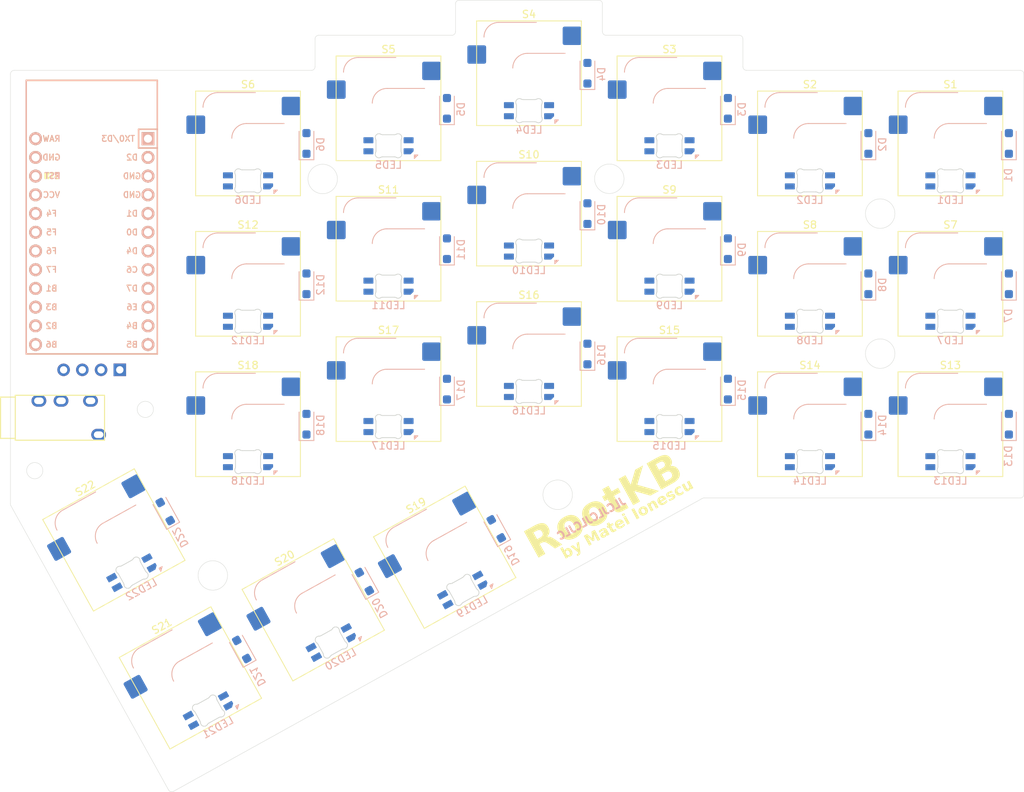
<source format=kicad_pcb>
(kicad_pcb (version 20240108) (generator "pcbnew") (generator_version "8.0")
  (title_block (title "RootKB-Right PCB") (date "2024-05-05") (rev "1.0"))
  (layers (0 "F.Cu" signal) (31 "B.Cu" signal) (34 "B.Paste" user) (35 "F.Paste" user) (36 "B.SilkS" user "B.Silkscreen") (37 "F.SilkS" user "F.Silkscreen") (38 "B.Mask" user) (39 "F.Mask" user) (44 "Edge.Cuts" user))
  (net 0 "")
  (net 1 "Net-(D1-A)")
  (net 2 "Row 0")
  (net 3 "Row 1")
  (net 4 "Net-(D2-A)")
  (net 5 "Net-(D3-A)")
  (net 6 "Row 2")
  (net 7 "Net-(D4-A)")
  (net 8 "Net-(D5-A)")
  (net 9 "Net-(D6-A)")
  (net 10 "Net-(D7-A)")
  (net 11 "Net-(D8-A)")
  (net 12 "Net-(D9-A)")
  (net 13 "Net-(D10-A)")
  (net 14 "Row 3")
  (net 15 "Net-(D11-A)")
  (net 16 "Net-(D12-A)")
  (net 17 "Net-(D13-A)")
  (net 18 "Net-(D14-A)")
  (net 19 "Net-(D15-A)")
  (net 20 "Net-(D16-A)")
  (net 21 "Net-(D17-A)")
  (net 22 "Net-(D18-A)")
  (net 23 "Net-(D19-A)")
  (net 24 "Net-(D20-A)")
  (net 25 "Net-(D21-A)")
  (net 26 "Net-(D22-A)")
  (net 27 "SDA")
  (net 28 "SCL")
  (net 29 "GND")
  (net 30 "VCC")
  (net 31 "Net-(LED1-DOUT)")
  (net 32 "LED")
  (net 33 "Net-(LED2-DIN)")
  (net 34 "Net-(LED4-DIN)")
  (net 35 "Net-(LED10-DOUT)")
  (net 36 "Net-(LED20-DOUT)")
  (net 37 "Net-(LED12-DOUT)")
  (net 38 "Net-(LED13-DIN)")
  (net 39 "Net-(LED10-DIN)")
  (net 40 "TRRS_TX")
  (net 41 "Net-(LED11-DOUT)")
  (net 42 "Net-(LED13-DOUT)")
  (net 43 "Net-(LED14-DIN)")
  (net 44 "Net-(LED16-DIN)")
  (net 45 "Net-(LED19-DOUT)")
  (net 46 "TRRS_RX")
  (net 47 "Column 0")
  (net 48 "Column 1")
  (net 49 "Column 2")
  (net 50 "Column 3")
  (net 51 "Column 4")
  (net 52 "Column 5")
  (net 56 "Net-(LED1-DIN)")
  (net 59 "Net-(LED3-DIN)")
  (net 60 "Net-(LED5-DIN)")
  (net 61 "Net-(LED7-DOUT)")
  (net 62 "Net-(LED8-DOUT)")
  (net 63 "Net-(LED15-DIN)")
  (net 64 "Net-(LED17-DIN)")
  (net 65 "Net-(LED21-DOUT)")
  (footprint "PCM_Switch_Keyboard_Hotswap_Kailh:SW_Hotswap_Kailh_MX_1.00u" (layer "F.Cu") (at 133.231949 92.324907)
    (property "Reference" "S17" (at 0 -8 360) (layer "F.SilkS"))
    (property "Value" "Keyswitch")
    (pad "" np_thru_hole circle (at -5.08 0) (size 1.75 1.75) (drill 1.75) (layers "F&B.Cu" "*.Mask"))
    (pad "" np_thru_hole circle (at -3.81 -2.54) (size 3.05 3.05) (drill 3.05) (layers "F&B.Cu" "*.Mask"))
    (pad "" np_thru_hole circle (at 0 0) (size 4 4) (drill 4) (layers "F&B.Cu" "*.Mask"))
    (pad "" np_thru_hole circle (at 2.54 -5.08) (size 3.05 3.05) (drill 3.05) (layers "F&B.Cu" "*.Mask"))
    (pad "" np_thru_hole circle (at 5.08 0) (size 1.75 1.75) (drill 1.75) (layers "F&B.Cu" "*.Mask"))
    (pad "1" smd roundrect (at -7.085 -2.54) (size 2.55 2.5) (layers "B.Cu" "B.Paste" "B.Mask") (roundrect_rratio 0.1) (net 51 "Column 4"))
    (pad "2" smd roundrect (at 5.842 -5.08) (size 2.55 2.5) (layers "B.Cu" "B.Paste" "B.Mask") (roundrect_rratio 0.1) (net 21 "Net-(D17-A)"))
  )
  (footprint "PCM_Switch_Keyboard_Hotswap_Kailh:SW_Hotswap_Kailh_MX_1.00u" (layer "F.Cu") (at 171.331949 73.274907)
    (property "Reference" "S9" (at 0 -8 360) (layer "F.SilkS"))
    (property "Value" "Keyswitch")
    (pad "" np_thru_hole circle (at -5.08 0) (size 1.75 1.75) (drill 1.75) (layers "F&B.Cu" "*.Mask"))
    (pad "" np_thru_hole circle (at -3.81 -2.54) (size 3.05 3.05) (drill 3.05) (layers "F&B.Cu" "*.Mask"))
    (pad "" np_thru_hole circle (at 0 0) (size 4 4) (drill 4) (layers "F&B.Cu" "*.Mask"))
    (pad "" np_thru_hole circle (at 2.54 -5.08) (size 3.05 3.05) (drill 3.05) (layers "F&B.Cu" "*.Mask"))
    (pad "" np_thru_hole circle (at 5.08 0) (size 1.75 1.75) (drill 1.75) (layers "F&B.Cu" "*.Mask"))
    (pad "1" smd roundrect (at -7.085 -2.54) (size 2.55 2.5) (layers "B.Cu" "B.Paste" "B.Mask") (roundrect_rratio 0.1) (net 49 "Column 2"))
    (pad "2" smd roundrect (at 5.842 -5.08) (size 2.55 2.5) (layers "B.Cu" "B.Paste" "B.Mask") (roundrect_rratio 0.1) (net 12 "Net-(D9-A)"))
  )
  (footprint "PCM_Switch_Keyboard_Hotswap_Kailh:SW_Hotswap_Kailh_MX_1.00u" (layer "F.Cu") (at 190.381949 58.987407)
    (property "Reference" "S2" (at 0 -8 360) (layer "F.SilkS"))
    (property "Value" "Keyswitch")
    (pad "" np_thru_hole circle (at -5.08 0) (size 1.75 1.75) (drill 1.75) (layers "F&B.Cu" "*.Mask"))
    (pad "" np_thru_hole circle (at -3.81 -2.54) (size 3.05 3.05) (drill 3.05) (layers "F&B.Cu" "*.Mask"))
    (pad "" np_thru_hole circle (at 0 0) (size 4 4) (drill 4) (layers "F&B.Cu" "*.Mask"))
    (pad "" np_thru_hole circle (at 2.54 -5.08) (size 3.05 3.05) (drill 3.05) (layers "F&B.Cu" "*.Mask"))
    (pad "" np_thru_hole circle (at 5.08 0) (size 1.75 1.75) (drill 1.75) (layers "F&B.Cu" "*.Mask"))
    (pad "1" smd roundrect (at -7.085 -2.54) (size 2.55 2.5) (layers "B.Cu" "B.Paste" "B.Mask") (roundrect_rratio 0.1) (net 48 "Column 1"))
    (pad "2" smd roundrect (at 5.842 -5.08) (size 2.55 2.5) (layers "B.Cu" "B.Paste" "B.Mask") (roundrect_rratio 0.1) (net 4 "Net-(D2-A)"))
  )
  (footprint "PCM_Switch_Keyboard_Hotswap_Kailh:SW_Hotswap_Kailh_MX_1.00u" (layer "F.Cu") (at 114.181949 78.037407)
    (property "Reference" "S12" (at 0 -8 360) (layer "F.SilkS"))
    (property "Value" "Keyswitch")
    (pad "" np_thru_hole circle (at -5.08 0) (size 1.75 1.75) (drill 1.75) (layers "F&B.Cu" "*.Mask"))
    (pad "" np_thru_hole circle (at -3.81 -2.54) (size 3.05 3.05) (drill 3.05) (layers "F&B.Cu" "*.Mask"))
    (pad "" np_thru_hole circle (at 0 0) (size 4 4) (drill 4) (layers "F&B.Cu" "*.Mask"))
    (pad "" np_thru_hole circle (at 2.54 -5.08) (size 3.05 3.05) (drill 3.05) (layers "F&B.Cu" "*.Mask"))
    (pad "" np_thru_hole circle (at 5.08 0) (size 1.75 1.75) (drill 1.75) (layers "F&B.Cu" "*.Mask"))
    (pad "1" smd roundrect (at -7.085 -2.54) (size 2.55 2.5) (layers "B.Cu" "B.Paste" "B.Mask") (roundrect_rratio 0.1) (net 52 "Column 5"))
    (pad "2" smd roundrect (at 5.842 -5.08) (size 2.55 2.5) (layers "B.Cu" "B.Paste" "B.Mask") (roundrect_rratio 0.1) (net 16 "Net-(D12-A)"))
  )
  (footprint "PCM_Switch_Keyboard_Hotswap_Kailh:SW_Hotswap_Kailh_MX_1.00u" (layer "F.Cu") (at 209.431949 58.987407)
    (property "Reference" "S1" (at 0 -8 360) (layer "F.SilkS"))
    (property "Value" "Keyswitch")
    (pad "" np_thru_hole circle (at -5.08 0) (size 1.75 1.75) (drill 1.75) (layers "F&B.Cu" "*.Mask"))
    (pad "" np_thru_hole circle (at -3.81 -2.54) (size 3.05 3.05) (drill 3.05) (layers "F&B.Cu" "*.Mask"))
    (pad "" np_thru_hole circle (at 0 0) (size 4 4) (drill 4) (layers "F&B.Cu" "*.Mask"))
    (pad "" np_thru_hole circle (at 2.54 -5.08) (size 3.05 3.05) (drill 3.05) (layers "F&B.Cu" "*.Mask"))
    (pad "" np_thru_hole circle (at 5.08 0) (size 1.75 1.75) (drill 1.75) (layers "F&B.Cu" "*.Mask"))
    (pad "1" smd roundrect (at -7.085 -2.54) (size 2.55 2.5) (layers "B.Cu" "B.Paste" "B.Mask") (roundrect_rratio 0.1) (net 47 "Column 0"))
    (pad "2" smd roundrect (at 5.842 -5.08) (size 2.55 2.5) (layers "B.Cu" "B.Paste" "B.Mask") (roundrect_rratio 0.1) (net 1 "Net-(D1-A)"))
  )
  (footprint "PCM_Switch_Keyboard_Hotswap_Kailh:SW_Hotswap_Kailh_MX_1.00u" (layer "F.Cu") (at 140.851949 115.134908 29)
    (property "Reference" "S19" (at 0 -8 29) (layer "F.SilkS"))
    (property "Value" "Keyswitch")
    (pad "" np_thru_hole circle (at -5.08 0 29) (size 1.75 1.75) (drill 1.75) (layers "F&B.Cu" "*.Mask"))
    (pad "" np_thru_hole circle (at -3.810001 -2.54 29) (size 3.05 3.05) (drill 3.05) (layers "F&B.Cu" "*.Mask"))
    (pad "" np_thru_hole circle (at 0 0 29) (size 4 4) (drill 4) (layers "F&B.Cu" "*.Mask"))
    (pad "" np_thru_hole circle (at 2.54 -5.08 29) (size 3.05 3.05) (drill 3.05) (layers "F&B.Cu" "*.Mask"))
    (pad "" np_thru_hole circle (at 5.08 0 29) (size 1.75 1.75) (drill 1.75) (layers "F&B.Cu" "*.Mask"))
    (pad "1" smd roundrect (at -7.085 -2.54 29) (size 2.55 2.5) (layers "B.Cu" "B.Paste" "B.Mask") (roundrect_rratio 0.1) (net 49 "Column 2"))
    (pad "2" smd roundrect (at 5.841999 -5.080002 29) (size 2.55 2.5) (layers "B.Cu" "B.Paste" "B.Mask") (roundrect_rratio 0.1) (net 23 "Net-(D19-A)"))
  )
  (footprint "PCM_Switch_Keyboard_Hotswap_Kailh:SW_Hotswap_Kailh_MX_1.00u" (layer "F.Cu") (at 152.281949 68.512407)
    (property "Reference" "S10" (at 0 -8 360) (layer "F.SilkS"))
    (property "Value" "Keyswitch")
    (pad "" np_thru_hole circle (at -5.08 0) (size 1.75 1.75) (drill 1.75) (layers "F&B.Cu" "*.Mask"))
    (pad "" np_thru_hole circle (at -3.81 -2.54) (size 3.05 3.05) (drill 3.05) (layers "F&B.Cu" "*.Mask"))
    (pad "" np_thru_hole circle (at 0 0) (size 4 4) (drill 4) (layers "F&B.Cu" "*.Mask"))
    (pad "" np_thru_hole circle (at 2.54 -5.08) (size 3.05 3.05) (drill 3.05) (layers "F&B.Cu" "*.Mask"))
    (pad "" np_thru_hole circle (at 5.08 0) (size 1.75 1.75) (drill 1.75) (layers "F&B.Cu" "*.Mask"))
    (pad "1" smd roundrect (at -7.085 -2.54) (size 2.55 2.5) (layers "B.Cu" "B.Paste" "B.Mask") (roundrect_rratio 0.1) (net 50 "Column 3"))
    (pad "2" smd roundrect (at 5.842 -5.08) (size 2.55 2.5) (layers "B.Cu" "B.Paste" "B.Mask") (roundrect_rratio 0.1) (net 13 "Net-(D10-A)"))
  )
  (footprint "PCM_Switch_Keyboard_Hotswap_Kailh:SW_Hotswap_Kailh_MX_1.00u" (layer "F.Cu") (at 133.231949 73.274907)
    (property "Reference" "S11" (at 0 -8 360) (layer "F.SilkS"))
    (property "Value" "Keyswitch")
    (pad "" np_thru_hole circle (at -5.08 0) (size 1.75 1.75) (drill 1.75) (layers "F&B.Cu" "*.Mask"))
    (pad "" np_thru_hole circle (at -3.81 -2.54) (size 3.05 3.05) (drill 3.05) (layers "F&B.Cu" "*.Mask"))
    (pad "" np_thru_hole circle (at 0 0) (size 4 4) (drill 4) (layers "F&B.Cu" "*.Mask"))
    (pad "" np_thru_hole circle (at 2.54 -5.08) (size 3.05 3.05) (drill 3.05) (layers "F&B.Cu" "*.Mask"))
    (pad "" np_thru_hole circle (at 5.08 0) (size 1.75 1.75) (drill 1.75) (layers "F&B.Cu" "*.Mask"))
    (pad "1" smd roundrect (at -7.085 -2.54) (size 2.55 2.5) (layers "B.Cu" "B.Paste" "B.Mask") (roundrect_rratio 0.1) (net 51 "Column 4"))
    (pad "2" smd roundrect (at 5.842 -5.08) (size 2.55 2.5) (layers "B.Cu" "B.Paste" "B.Mask") (roundrect_rratio 0.1) (net 15 "Net-(D11-A)"))
  )
  (footprint "display:OLED-128x32-cutout" (layer "F.Cu") (at 86.992449 91.309452 90)
    (property "Reference" "J1" (hide yes))
    (property "Value" "OLED-128x32")
    (pad "1" thru_hole rect (at 1.6 9.8 270) (size 1.7 1.7) (drill 1) (layers "*.Cu" "*.Mask") (net 29 "GND"))
    (pad "2" thru_hole oval (at 1.6 7.26 270) (size 1.7 1.7) (drill 1) (layers "*.Cu" "*.Mask") (net 30 "VCC"))
    (pad "3" thru_hole oval (at 1.6 4.72 270) (size 1.7 1.7) (drill 1) (layers "*.Cu" "*.Mask") (net 28 "SCL"))
    (pad "4" thru_hole oval (at 1.6 2.18 270) (size 1.7 1.7) (drill 1) (layers "*.Cu" "*.Mask") (net 27 "SDA"))
  )
  (footprint "PCM_Switch_Keyboard_Hotswap_Kailh:SW_Hotswap_Kailh_MX_1.00u" (layer "F.Cu") (at 171.331949 54.224907)
    (property "Reference" "S3" (at 0 -8 360) (layer "F.SilkS"))
    (property "Value" "Keyswitch")
    (pad "" np_thru_hole circle (at -5.08 0) (size 1.75 1.75) (drill 1.75) (layers "F&B.Cu" "*.Mask"))
    (pad "" np_thru_hole circle (at -3.81 -2.54) (size 3.05 3.05) (drill 3.05) (layers "F&B.Cu" "*.Mask"))
    (pad "" np_thru_hole circle (at 0 0) (size 4 4) (drill 4) (layers "F&B.Cu" "*.Mask"))
    (pad "" np_thru_hole circle (at 2.54 -5.08) (size 3.05 3.05) (drill 3.05) (layers "F&B.Cu" "*.Mask"))
    (pad "" np_thru_hole circle (at 5.08 0) (size 1.75 1.75) (drill 1.75) (layers "F&B.Cu" "*.Mask"))
    (pad "1" smd roundrect (at -7.085 -2.54) (size 2.55 2.5) (layers "B.Cu" "B.Paste" "B.Mask") (roundrect_rratio 0.1) (net 49 "Column 2"))
    (pad "2" smd roundrect (at 5.842 -5.08) (size 2.55 2.5) (layers "B.Cu" "B.Paste" "B.Mask") (roundrect_rratio 0.1) (net 5 "Net-(D3-A)"))
  )
  (footprint "PCM_Switch_Keyboard_Hotswap_Kailh:SW_Hotswap_Kailh_MX_1.00u" (layer "F.Cu") (at 190.381949 97.087407)
    (property "Reference" "S14" (at 0 -8 360) (layer "F.SilkS"))
    (property "Value" "Keyswitch")
    (pad "" np_thru_hole circle (at -5.08 0) (size 1.75 1.75) (drill 1.75) (layers "F&B.Cu" "*.Mask"))
    (pad "" np_thru_hole circle (at -3.81 -2.54) (size 3.05 3.05) (drill 3.05) (layers "F&B.Cu" "*.Mask"))
    (pad "" np_thru_hole circle (at 0 0) (size 4 4) (drill 4) (layers "F&B.Cu" "*.Mask"))
    (pad "" np_thru_hole circle (at 2.54 -5.08) (size 3.05 3.05) (drill 3.05) (layers "F&B.Cu" "*.Mask"))
    (pad "" np_thru_hole circle (at 5.08 0) (size 1.75 1.75) (drill 1.75) (layers "F&B.Cu" "*.Mask"))
    (pad "1" smd roundrect (at -7.085 -2.54) (size 2.55 2.5) (layers "B.Cu" "B.Paste" "B.Mask") (roundrect_rratio 0.1) (net 48 "Column 1"))
    (pad "2" smd roundrect (at 5.842 -5.08) (size 2.55 2.5) (layers "B.Cu" "B.Paste" "B.Mask") (roundrect_rratio 0.1) (net 18 "Net-(D14-A)"))
  )
  (footprint "PCM_Switch_Keyboard_Hotswap_Kailh:SW_Hotswap_Kailh_MX_1.00u" (layer "F.Cu") (at 95.990468 112.790205 29)
    (property "Reference" "S22" (at 0 -8 29) (layer "F.SilkS"))
    (property "Value" "Keyswitch")
    (pad "" np_thru_hole circle (at -5.08 0 29) (size 1.75 1.75) (drill 1.75) (layers "F&B.Cu" "*.Mask"))
    (pad "" np_thru_hole circle (at -3.810001 -2.54 29) (size 3.05 3.05) (drill 3.05) (layers "F&B.Cu" "*.Mask"))
    (pad "" np_thru_hole circle (at 0 0 29) (size 4 4) (drill 4) (layers "F&B.Cu" "*.Mask"))
    (pad "" np_thru_hole circle (at 2.54 -5.08 29) (size 3.05 3.05) (drill 3.05) (layers "F&B.Cu" "*.Mask"))
    (pad "" np_thru_hole circle (at 5.08 0 29) (size 1.75 1.75) (drill 1.75) (layers "F&B.Cu" "*.Mask"))
    (pad "1" smd roundrect (at -7.085 -2.54 29) (size 2.55 2.5) (layers "B.Cu" "B.Paste" "B.Mask") (roundrect_rratio 0.1) (net 52 "Column 5"))
    (pad "2" smd roundrect (at 5.842001 -5.08 29) (size 2.55 2.5) (layers "B.Cu" "B.Paste" "B.Mask") (roundrect_rratio 0.1) (net 26 "Net-(D22-A)"))
  )
  (footprint "ScottoKeebs_Components:TRRS_PJ-320A" (layer "F.Cu") (at 82.622657 96.209451 90)
    (property "Reference" "U2")
    (property "Value" "TRRS")
    (pad "" np_thru_hole circle (at 0 8.6 90) (size 0.8 0.8) (drill 0.8) (layers "F&B.Cu" "*.Mask"))
    (pad "" np_thru_hole circle (at 0.000001 1.6 90) (size 0.8 0.8) (drill 0.8) (layers "F&B.Cu" "*.Mask"))
    (pad "1" thru_hole oval (at -2.3 11.3 90) (size 1.6 2) (drill oval 0.9 1.3) (layers "*.Cu" "*.Mask") (net 29 "GND"))
    (pad "2" thru_hole oval (at 2.3 10.2 90) (size 1.6 2) (drill oval 0.9 1.3) (layers "*.Cu" "*.Mask") (net 30 "VCC"))
    (pad "3" thru_hole oval (at 2.3 6.2 90) (size 1.6 2) (drill oval 0.9 1.3) (layers "*.Cu" "*.Mask") (net 46 "TRRS_RX"))
    (pad "4" thru_hole oval (at 2.3 3.2 90) (size 1.6 2) (drill oval 0.9 1.3) (layers "*.Cu" "*.Mask") (net 40 "TRRS_TX"))
  )
  (footprint "PCM_Switch_Keyboard_Hotswap_Kailh:SW_Hotswap_Kailh_MX_1.25u_90deg" (layer "F.Cu") (at 123.026385 122.270515 29)
    (property "Reference" "S20" (at 0 -8 29) (layer "F.SilkS"))
    (property "Value" "Keyswitch")
    (pad "" np_thru_hole circle (at -5.08 0 29) (size 1.75 1.75) (drill 1.75) (layers "F&B.Cu" "*.Mask"))
    (pad "" np_thru_hole circle (at -3.810001 -2.54 29) (size 3.05 3.05) (drill 3.05) (layers "F&B.Cu" "*.Mask"))
    (pad "" np_thru_hole circle (at 0 0 29) (size 4 4) (drill 4) (layers "F&B.Cu" "*.Mask"))
    (pad "" np_thru_hole circle (at 2.54 -5.08 29) (size 3.05 3.05) (drill 3.05) (layers "F&B.Cu" "*.Mask"))
    (pad "" np_thru_hole circle (at 5.08 0 29) (size 1.75 1.75) (drill 1.75) (layers "F&B.Cu" "*.Mask"))
    (pad "1" smd roundrect (at -7.085 -2.54 29) (size 2.55 2.5) (layers "B.Cu" "B.Paste" "B.Mask") (roundrect_rratio 0.1) (net 50 "Column 3"))
    (pad "2" smd roundrect (at 5.842001 -5.08 29) (size 2.55 2.5) (layers "B.Cu" "B.Paste" "B.Mask") (roundrect_rratio 0.1) (net 24 "Net-(D20-A)"))
  )
  (footprint "PCM_Switch_Keyboard_Hotswap_Kailh:SW_Hotswap_Kailh_MX_1.00u" (layer "F.Cu") (at 152.281949 87.562407)
    (property "Reference" "S16" (at 0 -8 360) (layer "F.SilkS"))
    (property "Value" "Keyswitch")
    (pad "" np_thru_hole circle (at -5.08 0) (size 1.75 1.75) (drill 1.75) (layers "F&B.Cu" "*.Mask"))
    (pad "" np_thru_hole circle (at -3.81 -2.54) (size 3.05 3.05) (drill 3.05) (layers "F&B.Cu" "*.Mask"))
    (pad "" np_thru_hole circle (at 0 0) (size 4 4) (drill 4) (layers "F&B.Cu" "*.Mask"))
    (pad "" np_thru_hole circle (at 2.54 -5.08) (size 3.05 3.05) (drill 3.05) (layers "F&B.Cu" "*.Mask"))
    (pad "" np_thru_hole circle (at 5.08 0) (size 1.75 1.75) (drill 1.75) (layers "F&B.Cu" "*.Mask"))
    (pad "1" smd roundrect (at -7.085 -2.54) (size 2.55 2.5) (layers "B.Cu" "B.Paste" "B.Mask") (roundrect_rratio 0.1) (net 50 "Column 3"))
    (pad "2" smd roundrect (at 5.842 -5.08) (size 2.55 2.5) (layers "B.Cu" "B.Paste" "B.Mask") (roundrect_rratio 0.1) (net 20 "Net-(D16-A)"))
  )
  (footprint "PCM_Switch_Keyboard_Hotswap_Kailh:SW_Hotswap_Kailh_MX_1.00u" (layer "F.Cu") (at 209.431949 97.087407)
    (property "Reference" "S13" (at 0 -8 360) (layer "F.SilkS"))
    (property "Value" "Keyswitch")
    (pad "" np_thru_hole circle (at -5.08 0) (size 1.75 1.75) (drill 1.75) (layers "F&B.Cu" "*.Mask"))
    (pad "" np_thru_hole circle (at -3.81 -2.54) (size 3.05 3.05) (drill 3.05) (layers "F&B.Cu" "*.Mask"))
    (pad "" np_thru_hole circle (at 0 0) (size 4 4) (drill 4) (layers "F&B.Cu" "*.Mask"))
    (pad "" np_thru_hole circle (at 2.54 -5.08) (size 3.05 3.05) (drill 3.05) (layers "F&B.Cu" "*.Mask"))
    (pad "" np_thru_hole circle (at 5.08 0) (size 1.75 1.75) (drill 1.75) (layers "F&B.Cu" "*.Mask"))
    (pad "1" smd roundrect (at -7.085 -2.54) (size 2.55 2.5) (layers "B.Cu" "B.Paste" "B.Mask") (roundrect_rratio 0.1) (net 47 "Column 0"))
    (pad "2" smd roundrect (at 5.842 -5.08) (size 2.55 2.5) (layers "B.Cu" "B.Paste" "B.Mask") (roundrect_rratio 0.1) (net 17 "Net-(D13-A)"))
  )
  (footprint "PCM_Switch_Keyboard_Hotswap_Kailh:SW_Hotswap_Kailh_MX_1.00u" (layer "F.Cu") (at 190.381949 78.037407)
    (property "Reference" "S8" (at 0 -8 360) (layer "F.SilkS"))
    (property "Value" "Keyswitch")
    (pad "" np_thru_hole circle (at -5.08 0) (size 1.75 1.75) (drill 1.75) (layers "F&B.Cu" "*.Mask"))
    (pad "" np_thru_hole circle (at -3.81 -2.54) (size 3.05 3.05) (drill 3.05) (layers "F&B.Cu" "*.Mask"))
    (pad "" np_thru_hole circle (at 0 0) (size 4 4) (drill 4) (layers "F&B.Cu" "*.Mask"))
    (pad "" np_thru_hole circle (at 2.54 -5.08) (size 3.05 3.05) (drill 3.05) (layers "F&B.Cu" "*.Mask"))
    (pad "" np_thru_hole circle (at 5.08 0) (size 1.75 1.75) (drill 1.75) (layers "F&B.Cu" "*.Mask"))
    (pad "1" smd roundrect (at -7.085 -2.54) (size 2.55 2.5) (layers "B.Cu" "B.Paste" "B.Mask") (roundrect_rratio 0.1) (net 48 "Column 1"))
    (pad "2" smd roundrect (at 5.842 -5.08) (size 2.55 2.5) (layers "B.Cu" "B.Paste" "B.Mask") (roundrect_rratio 0.1) (net 11 "Net-(D8-A)"))
  )
  (footprint "PCM_Switch_Keyboard_Hotswap_Kailh:SW_Hotswap_Kailh_MX_1.25u_90deg" (layer "F.Cu") (at 106.365394 131.507066 29)
    (property "Reference" "S21" (at 0 -8 29) (layer "F.SilkS"))
    (property "Value" "Keyswitch")
    (pad "" np_thru_hole circle (at -5.08 0 29) (size 1.75 1.75) (drill 1.75) (layers "F&B.Cu" "*.Mask"))
    (pad "" np_thru_hole circle (at -3.810001 -2.54 29) (size 3.05 3.05) (drill 3.05) (layers "F&B.Cu" "*.Mask"))
    (pad "" np_thru_hole circle (at 0 0 29) (size 4 4) (drill 4) (layers "F&B.Cu" "*.Mask"))
    (pad "" np_thru_hole circle (at 2.54 -5.08 29) (size 3.05 3.05) (drill 3.05) (layers "F&B.Cu" "*.Mask"))
    (pad "" np_thru_hole circle (at 5.08 0 29) (size 1.75 1.75) (drill 1.75) (layers "F&B.Cu" "*.Mask"))
    (pad "1" smd roundrect (at -7.085 -2.54 29) (size 2.55 2.5) (layers "B.Cu" "B.Paste" "B.Mask") (roundrect_rratio 0.1) (net 51 "Column 4"))
    (pad "2" smd roundrect (at 5.842001 -5.08 29) (size 2.55 2.5) (layers "B.Cu" "B.Paste" "B.Mask") (roundrect_rratio 0.1) (net 25 "Net-(D21-A)"))
  )
  (footprint "PCM_Switch_Keyboard_Hotswap_Kailh:SW_Hotswap_Kailh_MX_1.00u" (layer "F.Cu") (at 171.331949 92.324907)
    (property "Reference" "S15" (at 0 -8 360) (layer "F.SilkS"))
    (property "Value" "Keyswitch")
    (pad "" np_thru_hole circle (at -5.08 0) (size 1.75 1.75) (drill 1.75) (layers "F&B.Cu" "*.Mask"))
    (pad "" np_thru_hole circle (at -3.81 -2.54) (size 3.05 3.05) (drill 3.05) (layers "F&B.Cu" "*.Mask"))
    (pad "" np_thru_hole circle (at 0 0) (size 4 4) (drill 4) (layers "F&B.Cu" "*.Mask"))
    (pad "" np_thru_hole circle (at 2.54 -5.08) (size 3.05 3.05) (drill 3.05) (layers "F&B.Cu" "*.Mask"))
    (pad "" np_thru_hole circle (at 5.08 0) (size 1.75 1.75) (drill 1.75) (layers "F&B.Cu" "*.Mask"))
    (pad "1" smd roundrect (at -7.085 -2.54) (size 2.55 2.5) (layers "B.Cu" "B.Paste" "B.Mask") (roundrect_rratio 0.1) (net 49 "Column 2"))
    (pad "2" smd roundrect (at 5.842 -5.08) (size 2.55 2.5) (layers "B.Cu" "B.Paste" "B.Mask") (roundrect_rratio 0.1) (net 19 "Net-(D15-A)"))
  )
  (footprint "PCM_Switch_Keyboard_Hotswap_Kailh:SW_Hotswap_Kailh_MX_1.00u" (layer "F.Cu") (at 209.431949 78.037407)
    (property "Reference" "S7" (at 0 -8 360) (layer "F.SilkS"))
    (property "Value" "Keyswitch")
    (pad "" np_thru_hole circle (at -5.08 0) (size 1.75 1.75) (drill 1.75) (layers "F&B.Cu" "*.Mask"))
    (pad "" np_thru_hole circle (at -3.81 -2.54) (size 3.05 3.05) (drill 3.05) (layers "F&B.Cu" "*.Mask"))
    (pad "" np_thru_hole circle (at 0 0) (size 4 4) (drill 4) (layers "F&B.Cu" "*.Mask"))
    (pad "" np_thru_hole circle (at 2.54 -5.08) (size 3.05 3.05) (drill 3.05) (layers "F&B.Cu" "*.Mask"))
    (pad "" np_thru_hole circle (at 5.08 0) (size 1.75 1.75) (drill 1.75) (layers "F&B.Cu" "*.Mask"))
    (pad "1" smd roundrect (at -7.085 -2.54) (size 2.55 2.5) (layers "B.Cu" "B.Paste" "B.Mask") (roundrect_rratio 0.1) (net 47 "Column 0"))
    (pad "2" smd roundrect (at 5.842 -5.08) (size 2.55 2.5) (layers "B.Cu" "B.Paste" "B.Mask") (roundrect_rratio 0.1) (net 10 "Net-(D7-A)"))
  )
  (footprint "PCM_Switch_Keyboard_Hotswap_Kailh:SW_Hotswap_Kailh_MX_1.00u" (layer "F.Cu") (at 114.181949 97.087407)
    (property "Reference" "S18" (at 0 -8 360) (layer "F.SilkS"))
    (property "Value" "Keyswitch")
    (pad "" np_thru_hole circle (at -5.08 0) (size 1.75 1.75) (drill 1.75) (layers "F&B.Cu" "*.Mask"))
    (pad "" np_thru_hole circle (at -3.81 -2.54) (size 3.05 3.05) (drill 3.05) (layers "F&B.Cu" "*.Mask"))
    (pad "" np_thru_hole circle (at 0 0) (size 4 4) (drill 4) (layers "F&B.Cu" "*.Mask"))
    (pad "" np_thru_hole circle (at 2.54 -5.08) (size 3.05 3.05) (drill 3.05) (layers "F&B.Cu" "*.Mask"))
    (pad "" np_thru_hole circle (at 5.08 0) (size 1.75 1.75) (drill 1.75) (layers "F&B.Cu" "*.Mask"))
    (pad "1" smd roundrect (at -7.085 -2.54) (size 2.55 2.5) (layers "B.Cu" "B.Paste" "B.Mask") (roundrect_rratio 0.1) (net 52 "Column 5"))
    (pad "2" smd roundrect (at 5.842 -5.08) (size 2.55 2.5) (layers "B.Cu" "B.Paste" "B.Mask") (roundrect_rratio 0.1) (net 22 "Net-(D18-A)"))
  )
  (footprint "PCM_Switch_Keyboard_Hotswap_Kailh:SW_Hotswap_Kailh_MX_1.00u" (layer "F.Cu") (at 133.231949 54.224907)
    (property "Reference" "S5" (at 0 -8 360) (layer "F.SilkS"))
    (property "Value" "Keyswitch")
    (pad "" np_thru_hole circle (at -5.08 0) (size 1.75 1.75) (drill 1.75) (layers "F&B.Cu" "*.Mask"))
    (pad "" np_thru_hole circle (at -3.81 -2.54) (size 3.05 3.05) (drill 3.05) (layers "F&B.Cu" "*.Mask"))
    (pad "" np_thru_hole circle (at 0 0) (size 4 4) (drill 4) (layers "F&B.Cu" "*.Mask"))
    (pad "" np_thru_hole circle (at 2.54 -5.08) (size 3.05 3.05) (drill 3.05) (layers "F&B.Cu" "*.Mask"))
    (pad "" np_thru_hole circle (at 5.08 0) (size 1.75 1.75) (drill 1.75) (layers "F&B.Cu" "*.Mask"))
    (pad "1" smd roundrect (at -7.085 -2.54) (size 2.55 2.5) (layers "B.Cu" "B.Paste" "B.Mask") (roundrect_rratio 0.1) (net 51 "Column 4"))
    (pad "2" smd roundrect (at 5.842 -5.08) (size 2.55 2.5) (layers "B.Cu" "B.Paste" "B.Mask") (roundrect_rratio 0.1) (net 8 "Net-(D5-A)"))
  )
  (footprint "PCM_Switch_Keyboard_Hotswap_Kailh:SW_Hotswap_Kailh_MX_1.00u" (layer "F.Cu") (at 152.281949 49.462407)
    (property "Reference" "S4" (at 0 -8 360) (layer "F.SilkS"))
    (property "Value" "Keyswitch")
    (pad "" np_thru_hole circle (at -5.08 0) (size 1.75 1.75) (drill 1.75) (layers "F&B.Cu" "*.Mask"))
    (pad "" np_thru_hole circle (at -3.81 -2.54) (size 3.05 3.05) (drill 3.05) (layers "F&B.Cu" "*.Mask"))
    (pad "" np_thru_hole circle (at 0 0) (size 4 4) (drill 4) (layers "F&B.Cu" "*.Mask"))
    (pad "" np_thru_hole circle (at 2.54 -5.08) (size 3.05 3.05) (drill 3.05) (layers "F&B.Cu" "*.Mask"))
    (pad "" np_thru_hole circle (at 5.08 0) (size 1.75 1.75) (drill 1.75) (layers "F&B.Cu" "*.Mask"))
    (pad "1" smd roundrect (at -7.085 -2.54) (size 2.55 2.5) (layers "B.Cu" "B.Paste" "B.Mask") (roundrect_rratio 0.1) (net 50 "Column 3"))
    (pad "2" smd roundrect (at 5.842 -5.08) (size 2.55 2.5) (layers "B.Cu" "B.Paste" "B.Mask") (roundrect_rratio 0.1) (net 7 "Net-(D4-A)"))
  )
  (footprint "PCM_Switch_Keyboard_Hotswap_Kailh:SW_Hotswap_Kailh_MX_1.00u" (layer "F.Cu") (at 114.181949 58.987407)
    (property "Reference" "S6" (at 0 -8 360) (layer "F.SilkS"))
    (property "Value" "Keyswitch")
    (pad "" np_thru_hole circle (at -5.08 0) (size 1.75 1.75) (drill 1.75) (layers "F&B.Cu" "*.Mask"))
    (pad "" np_thru_hole circle (at -3.81 -2.54) (size 3.05 3.05) (drill 3.05) (layers "F&B.Cu" "*.Mask"))
    (pad "" np_thru_hole circle (at 0 0) (size 4 4) (drill 4) (layers "F&B.Cu" "*.Mask"))
    (pad "" np_thru_hole circle (at 2.54 -5.08) (size 3.05 3.05) (drill 3.05) (layers "F&B.Cu" "*.Mask"))
    (pad "" np_thru_hole circle (at 5.08 0) (size 1.75 1.75) (drill 1.75) (layers "F&B.Cu" "*.Mask"))
    (pad "1" smd roundrect (at -7.085 -2.54) (size 2.55 2.5) (layers "B.Cu" "B.Paste" "B.Mask") (roundrect_rratio 0.1) (net 52 "Column 5"))
    (pad "2" smd roundrect (at 5.842 -5.08) (size 2.55 2.5) (layers "B.Cu" "B.Paste" "B.Mask") (roundrect_rratio 0.1) (net 9 "Net-(D6-A)"))
  )
  (footprint "Diode_SMD:D_SOD-123F" (layer "B.Cu") (at 129.956949 118.437407 119)
    (property "Reference" "D20" (at -4.145773 0.014478 299) (layer "B.SilkS") (effects (justify mirror)))
    (property "Value" "Diode")
    (pad "1" smd roundrect (at -1.4 0.000001 119) (size 1.1 1.1) (layers "B.Cu" "B.Paste" "B.Mask") (roundrect_rratio 0.2272727273) (net 14 "Row 3"))
    (pad "2" smd roundrect (at 1.4 -0.000001 119) (size 1.1 1.1) (layers "B.Cu" "B.Paste" "B.Mask") (roundrect_rratio 0.2272727273) (net 24 "Net-(D20-A)"))
  )
  (footprint "Diode_SMD:D_SOD-123F" (layer "B.Cu") (at 160.206949 49.462407 90)
    (property "Reference" "D4" (at -0.127 1.905 270) (layer "B.SilkS") (effects (justify mirror)))
    (property "Value" "Diode")
    (pad "1" smd roundrect (at -1.4 0 90) (size 1.1 1.1) (layers "B.Cu" "B.Paste" "B.Mask") (roundrect_rratio 0.2272727273) (net 2 "Row 0"))
    (pad "2" smd roundrect (at 1.4 0 90) (size 1.1 1.1) (layers "B.Cu" "B.Paste" "B.Mask") (roundrect_rratio 0.2272727273) (net 7 "Net-(D4-A)"))
  )
  (footprint "PCM_marbastlib-mx:LED_MX_6028R" (layer "B.Cu") (at 152.281949 73.592407 180)
    (property "Reference" "LED10" (at 0 -2.6 180) (layer "B.SilkS") (effects (justify mirror)))
    (property "Value" "MX_SK6812MINI-E")
    (fp_line (start 1.699999 0.702843) (end 1.699999 -0.702841) (stroke (width 0.1)) (layer "Edge.Cuts"))
    (fp_line (start 0.794452 -1.499999) (end -0.794452 -1.499999) (stroke (width 0.1)) (layer "Edge.Cuts"))
    (fp_line (start -0.794453 1.5) (end 0.794452 1.5) (stroke (width 0.1)) (layer "Edge.Cuts"))
    (fp_line (start -1.699999 -0.702841) (end -1.699999 0.702843) (stroke (width 0.1)) (layer "Edge.Cuts"))
    (fp_arc (start 1.749484 0.919721) (mid 1.712534 0.814067) (end 1.699999 0.702843) (stroke (width 0.1)) (layer "Edge.Cuts"))
    (fp_arc (start 1.749484 0.919721) (mid 1.638072 1.504036) (end 1.046711 1.5683) (stroke (width 0.1)) (layer "Edge.Cuts"))
    (fp_arc (start 1.699999 -0.702842) (mid 1.712536 -0.814065) (end 1.749484 -0.919719) (stroke (width 0.1)) (layer "Edge.Cuts"))
    (fp_arc (start 1.046711 -1.568296) (mid 1.638069 -1.504034) (end 1.749484 -0.919719) (stroke (width 0.1)) (layer "Edge.Cuts"))
    (fp_arc (start 1.04671 -1.568298) (mid 0.925122 -1.517376) (end 0.794452 -1.499999) (stroke (width 0.1)) (layer "Edge.Cuts"))
    (fp_arc (start 0.794453 1.500001) (mid 0.925123 1.517378) (end 1.046711 1.5683) (stroke (width 0.1)) (layer "Edge.Cuts"))
    (fp_arc (start -0.794452 -1.499999) (mid -0.925123 -1.517376) (end -1.046711 -1.568298) (stroke (width 0.1)) (layer "Edge.Cuts"))
    (fp_arc (start -1.046711 1.568299) (mid -0.925123 1.517377) (end -0.794453 1.5) (stroke (width 0.1)) (layer "Edge.Cuts"))
    (fp_arc (start -1.046711 1.568299) (mid -1.63807 1.504035) (end -1.749484 0.919721) (stroke (width 0.1)) (layer "Edge.Cuts"))
    (fp_arc (start -1.699999 0.702844) (mid -1.712527 0.814069) (end -1.749484 0.919721) (stroke (width 0.1)) (layer "Edge.Cuts"))
    (fp_arc (start -1.749484 -0.919718) (mid -1.638072 -1.504034) (end -1.046711 -1.568298) (stroke (width 0.1)) (layer "Edge.Cuts"))
    (fp_arc (start -1.749484 -0.919719) (mid -1.712527 -0.814067) (end -1.699999 -0.702841) (stroke (width 0.1)) (layer "Edge.Cuts"))
    (pad "1" smd roundrect (at 2.725 0.75 90) (size 0.82 1.35) (layers "B.Cu" "B.Paste" "B.Mask") (roundrect_rratio 0.1) (net 30 "VCC"))
    (pad "2" smd roundrect (at 2.725 -0.75 90) (size 0.82 1.35) (layers "B.Cu" "B.Paste" "B.Mask") (roundrect_rratio 0.1) (net 35 "Net-(LED10-DOUT)"))
    (pad "3" smd roundrect (at -2.725 0.75 90) (size 0.82 1.35) (layers "B.Cu" "B.Paste" "B.Mask") (roundrect_rratio 0.1) (net 39 "Net-(LED10-DIN)"))
    (pad "4" smd roundrect (at -2.725 -0.75 90) (size 0.82 1.35) (layers "B.Cu" "B.Paste" "B.Mask") (roundrect_rratio 0.1) (chamfer_ratio 0.5) (chamfer bottom_left) (net 29 "GND"))
  )
  (footprint "PCM_marbastlib-mx:LED_MX_6028R" (layer "B.Cu") (at 143.314782 119.577976 -151)
    (property "Reference" "LED19" (at 0 -2.6 209) (layer "B.SilkS") (effects (justify mirror)))
    (property "Value" "MX_SK6812MINI-E")
    (fp_line (start 1.7 0.702843) (end 1.700001 -0.702841) (stroke (width 0.1)) (layer "Edge.Cuts"))
    (fp_line (start -0.794453 1.5) (end 0.794452 1.5) (stroke (width 0.1)) (layer "Edge.Cuts"))
    (fp_line (start 0.794452 -1.5) (end -0.794452 -1.5) (stroke (width 0.1)) (layer "Edge.Cuts"))
    (fp_line (start -1.699999 -0.702841) (end -1.700001 0.702843) (stroke (width 0.1)) (layer "Edge.Cuts"))
    (fp_arc (start 1.749484 0.919721) (mid 1.712535 0.814066) (end 1.7 0.702843) (stroke (width 0.1)) (layer "Edge.Cuts"))
    (fp_arc (start 1.749484 0.919721) (mid 1.638072 1.504037) (end 1.046711 1.5683) (stroke (width 0.1)) (layer "Edge.Cuts"))
    (fp_arc (start 0.794453 1.500001) (mid 0.925123 1.517379) (end 1.046711 1.5683) (stroke (width 0.1)) (layer "Edge.Cuts"))
    (fp_arc (start 1.699999 -0.702842) (mid 1.712537 -0.814064) (end 1.749485 -0.919717) (stroke (width 0.1)) (layer "Edge.Cuts"))
    (fp_arc (start 1.046711 -1.568296) (mid 1.638069 -1.504033) (end 1.749485 -0.919717) (stroke (width 0.1)) (layer "Edge.Cuts"))
    (fp_arc (start 1.04671 -1.568298) (mid 0.925122 -1.517376) (end 0.794452 -1.5) (stroke (width 0.1)) (layer "Edge.Cuts"))
    (fp_arc (start -1.046711 1.568299) (mid -0.925124 1.517376) (end -0.794453 1.5) (stroke (width 0.1)) (layer "Edge.Cuts"))
    (fp_arc (start -1.046711 1.568299) (mid -1.63807 1.504035) (end -1.749484 0.919721) (stroke (width 0.1)) (layer "Edge.Cuts"))
    (fp_arc (start -1.699999 0.702844) (mid -1.712528 0.814069) (end -1.749484 0.919721) (stroke (width 0.1)) (layer "Edge.Cuts"))
    (fp_arc (start -0.794452 -1.5) (mid -0.925122 -1.517379) (end -1.046711 -1.568298) (stroke (width 0.1)) (layer "Edge.Cuts"))
    (fp_arc (start -1.749484 -0.919718) (mid -1.638072 -1.504034) (end -1.046711 -1.568298) (stroke (width 0.1)) (layer "Edge.Cuts"))
    (fp_arc (start -1.749483 -0.919719) (mid -1.712527 -0.814066) (end -1.699999 -0.702841) (stroke (width 0.1)) (layer "Edge.Cuts"))
    (pad "1" smd roundrect (at 2.725 0.75 119) (size 0.82 1.35) (layers "B.Cu" "B.Paste" "B.Mask") (roundrect_rratio 0.1) (net 30 "VCC"))
    (pad "2" smd roundrect (at 2.725 -0.75 119) (size 0.82 1.35) (layers "B.Cu" "B.Paste" "B.Mask") (roundrect_rratio 0.1) (net 45 "Net-(LED19-DOUT)"))
    (pad "3" smd roundrect (at -2.725 0.75 119) (size 0.82 1.35) (layers "B.Cu" "B.Paste" "B.Mask") (roundrect_rratio 0.1) (net 42 "Net-(LED13-DOUT)"))
    (pad "4" smd roundrect (at -2.725 -0.75 119) (size 0.82 1.35) (layers "B.Cu" "B.Paste" "B.Mask") (roundrect_rratio 0.1) (chamfer_ratio 0.5) (chamfer bottom_left) (net 29 "GND"))
  )
  (footprint "PCM_marbastlib-mx:LED_MX_6028R" (layer "B.Cu") (at 190.381949 102.167407 180)
    (property "Reference" "LED14" (at 0 -2.6 180) (layer "B.SilkS") (effects (justify mirror)))
    (property "Value" "MX_SK6812MINI-E")
    (fp_line (start 1.699999 0.702843) (end 1.699999 -0.702841) (stroke (width 0.1)) (layer "Edge.Cuts"))
    (fp_line (start 0.794452 -1.499999) (end -0.794452 -1.499999) (stroke (width 0.1)) (layer "Edge.Cuts"))
    (fp_line (start -0.794453 1.5) (end 0.794452 1.5) (stroke (width 0.1)) (layer "Edge.Cuts"))
    (fp_line (start -1.699999 -0.702841) (end -1.699999 0.702843) (stroke (width 0.1)) (layer "Edge.Cuts"))
    (fp_arc (start 1.749484 0.919721) (mid 1.712534 0.814067) (end 1.699999 0.702843) (stroke (width 0.1)) (layer "Edge.Cuts"))
    (fp_arc (start 1.749484 0.919721) (mid 1.638072 1.504036) (end 1.046711 1.5683) (stroke (width 0.1)) (layer "Edge.Cuts"))
    (fp_arc (start 1.699999 -0.702842) (mid 1.712536 -0.814065) (end 1.749484 -0.919719) (stroke (width 0.1)) (layer "Edge.Cuts"))
    (fp_arc (start 1.046711 -1.568296) (mid 1.638069 -1.504034) (end 1.749484 -0.919719) (stroke (width 0.1)) (layer "Edge.Cuts"))
    (fp_arc (start 1.04671 -1.568298) (mid 0.925122 -1.517376) (end 0.794452 -1.499999) (stroke (width 0.1)) (layer "Edge.Cuts"))
    (fp_arc (start 0.794453 1.500001) (mid 0.925123 1.517378) (end 1.046711 1.5683) (stroke (width 0.1)) (layer "Edge.Cuts"))
    (fp_arc (start -0.794452 -1.499999) (mid -0.925123 -1.517376) (end -1.046711 -1.568298) (stroke (width 0.1)) (layer "Edge.Cuts"))
    (fp_arc (start -1.046711 1.568299) (mid -0.925123 1.517377) (end -0.794453 1.5) (stroke (width 0.1)) (layer "Edge.Cuts"))
    (fp_arc (start -1.046711 1.568299) (mid -1.63807 1.504035) (end -1.749484 0.919721) (stroke (width 0.1)) (layer "Edge.Cuts"))
    (fp_arc (start -1.699999 0.702844) (mid -1.712527 0.814069) (end -1.749484 0.919721) (stroke (width 0.1)) (layer "Edge.Cuts"))
    (fp_arc (start -1.749484 -0.919718) (mid -1.638072 -1.504034) (end -1.046711 -1.568298) (stroke (width 0.1)) (layer "Edge.Cuts"))
    (fp_arc (start -1.749484 -0.919719) (mid -1.712527 -0.814067) (end -1.699999 -0.702841) (stroke (width 0.1)) (layer "Edge.Cuts"))
    (pad "1" smd roundrect (at 2.725 0.75 90) (size 0.82 1.35) (layers "B.Cu" "B.Paste" "B.Mask") (roundrect_rratio 0.1) (net 30 "VCC"))
    (pad "2" smd roundrect (at 2.725 -0.75 90) (size 0.82 1.35) (layers "B.Cu" "B.Paste" "B.Mask") (roundrect_rratio 0.1) (net 38 "Net-(LED13-DIN)"))
    (pad "3" smd roundrect (at -2.725 0.75 90) (size 0.82 1.35) (layers "B.Cu" "B.Paste" "B.Mask") (roundrect_rratio 0.1) (net 43 "Net-(LED14-DIN)"))
    (pad "4" smd roundrect (at -2.725 -0.75 90) (size 0.82 1.35) (layers "B.Cu" "B.Paste" "B.Mask") (roundrect_rratio 0.1) (chamfer_ratio 0.5) (chamfer bottom_left) (net 29 "GND"))
  )
  (footprint "PCM_marbastlib-mx:LED_MX_6028R" (layer "B.Cu") (at 125.483142 126.714286 -151)
    (property "Reference" "LED20" (at 0 -2.6 209) (layer "B.SilkS") (effects (justify mirror)))
    (property "Value" "MX_SK6812MINI-E")
    (fp_line (start 1.7 0.702843) (end 1.700001 -0.702841) (stroke (width 0.1)) (layer "Edge.Cuts"))
    (fp_line (start -0.794453 1.5) (end 0.794452 1.5) (stroke (width 0.1)) (layer "Edge.Cuts"))
    (fp_line (start 0.794452 -1.5) (end -0.794452 -1.5) (stroke (width 0.1)) (layer "Edge.Cuts"))
    (fp_line (start -1.699999 -0.702841) (end -1.700001 0.702843) (stroke (width 0.1)) (layer "Edge.Cuts"))
    (fp_arc (start 1.749484 0.919721) (mid 1.712535 0.814066) (end 1.7 0.702843) (stroke (width 0.1)) (layer "Edge.Cuts"))
    (fp_arc (start 1.749484 0.919721) (mid 1.638072 1.504037) (end 1.046711 1.5683) (stroke (width 0.1)) (layer "Edge.Cuts"))
    (fp_arc (start 0.794453 1.500001) (mid 0.925123 1.517379) (end 1.046711 1.5683) (stroke (width 0.1)) (layer "Edge.Cuts"))
    (fp_arc (start 1.699999 -0.702842) (mid 1.712537 -0.814064) (end 1.749485 -0.919717) (stroke (width 0.1)) (layer "Edge.Cuts"))
    (fp_arc (start 1.046711 -1.568296) (mid 1.638069 -1.504033) (end 1.749485 -0.919717) (stroke (width 0.1)) (layer "Edge.Cuts"))
    (fp_arc (start 1.04671 -1.568298) (mid 0.925122 -1.517376) (end 0.794452 -1.5) (stroke (width 0.1)) (layer "Edge.Cuts"))
    (fp_arc (start -1.046711 1.568299) (mid -0.925124 1.517376) (end -0.794453 1.5) (stroke (width 0.1)) (layer "Edge.Cuts"))
    (fp_arc (start -1.046711 1.568299) (mid -1.63807 1.504035) (end -1.749484 0.919721) (stroke (width 0.1)) (layer "Edge.Cuts"))
    (fp_arc (start -1.699999 0.702844) (mid -1.712528 0.814069) (end -1.749484 0.919721) (stroke (width 0.1)) (layer "Edge.Cuts"))
    (fp_arc (start -0.794452 -1.5) (mid -0.925122 -1.517379) (end -1.046711 -1.568298) (stroke (width 0.1)) (layer "Edge.Cuts"))
    (fp_arc (start -1.749484 -0.919718) (mid -1.638072 -1.504034) (end -1.046711 -1.568298) (stroke (width 0.1)) (layer "Edge.Cuts"))
    (fp_arc (start -1.749483 -0.919719) (mid -1.712527 -0.814066) (end -1.699999 -0.702841) (stroke (width 0.1)) (layer "Edge.Cuts"))
    (pad "1" smd roundrect (at 2.725 0.75 119) (size 0.82 1.35) (layers "B.Cu" "B.Paste" "B.Mask") (roundrect_rratio 0.1) (net 30 "VCC"))
    (pad "2" smd roundrect (at 2.725 -0.75 119) (size 0.82 1.35) (layers "B.Cu" "B.Paste" "B.Mask") (roundrect_rratio 0.1) (net 36 "Net-(LED20-DOUT)"))
    (pad "3" smd roundrect (at -2.725 0.75 119) (size 0.82 1.35) (layers "B.Cu" "B.Paste" "B.Mask") (roundrect_rratio 0.1) (net 45 "Net-(LED19-DOUT)"))
    (pad "4" smd roundrect (at -2.725 -0.75 119) (size 0.82 1.35) (layers "B.Cu" "B.Paste" "B.Mask") (roundrect_rratio 0.1) (chamfer_ratio 0.5) (chamfer bottom_left) (net 29 "GND"))
  )
  (footprint "Diode_SMD:D_SOD-123F" (layer "B.Cu") (at 179.256949 92.324907 90)
    (property "Reference" "D15" (at -0.127 1.905 270) (layer "B.SilkS") (effects (justify mirror)))
    (property "Value" "Diode")
    (pad "1" smd roundrect (at -1.4 0 90) (size 1.1 1.1) (layers "B.Cu" "B.Paste" "B.Mask") (roundrect_rratio 0.2272727273) (net 6 "Row 2"))
    (pad "2" smd roundrect (at 1.4 0 90) (size 1.1 1.1) (layers "B.Cu" "B.Paste" "B.Mask") (roundrect_rratio 0.2272727273) (net 19 "Net-(D15-A)"))
  )
  (footprint "PCM_marbastlib-mx:LED_MX_6028R" (layer "B.Cu") (at 171.331949 59.304907 180)
    (property "Reference" "LED3" (at 0 -2.6 180) (layer "B.SilkS") (effects (justify mirror)))
    (property "Value" "MX_SK6812MINI-E")
    (fp_line (start 1.699999 0.702843) (end 1.699999 -0.702841) (stroke (width 0.1)) (layer "Edge.Cuts"))
    (fp_line (start 0.794452 -1.499999) (end -0.794452 -1.499999) (stroke (width 0.1)) (layer "Edge.Cuts"))
    (fp_line (start -0.794453 1.5) (end 0.794452 1.5) (stroke (width 0.1)) (layer "Edge.Cuts"))
    (fp_line (start -1.699999 -0.702841) (end -1.699999 0.702843) (stroke (width 0.1)) (layer "Edge.Cuts"))
    (fp_arc (start 1.749484 0.919721) (mid 1.712534 0.814067) (end 1.699999 0.702843) (stroke (width 0.1)) (layer "Edge.Cuts"))
    (fp_arc (start 1.749484 0.919721) (mid 1.638072 1.504036) (end 1.046711 1.5683) (stroke (width 0.1)) (layer "Edge.Cuts"))
    (fp_arc (start 1.699999 -0.702842) (mid 1.712536 -0.814065) (end 1.749484 -0.919719) (stroke (width 0.1)) (layer "Edge.Cuts"))
    (fp_arc (start 1.046711 -1.568296) (mid 1.638069 -1.504034) (end 1.749484 -0.919719) (stroke (width 0.1)) (layer "Edge.Cuts"))
    (fp_arc (start 1.04671 -1.568298) (mid 0.925122 -1.517376) (end 0.794452 -1.499999) (stroke (width 0.1)) (layer "Edge.Cuts"))
    (fp_arc (start 0.794453 1.500001) (mid 0.925123 1.517378) (end 1.046711 1.5683) (stroke (width 0.1)) (layer "Edge.Cuts"))
    (fp_arc (start -0.794452 -1.499999) (mid -0.925123 -1.517376) (end -1.046711 -1.568298) (stroke (width 0.1)) (layer "Edge.Cuts"))
    (fp_arc (start -1.046711 1.568299) (mid -0.925123 1.517377) (end -0.794453 1.5) (stroke (width 0.1)) (layer "Edge.Cuts"))
    (fp_arc (start -1.046711 1.568299) (mid -1.63807 1.504035) (end -1.749484 0.919721) (stroke (width 0.1)) (layer "Edge.Cuts"))
    (fp_arc (start -1.699999 0.702844) (mid -1.712527 0.814069) (end -1.749484 0.919721) (stroke (width 0.1)) (layer "Edge.Cuts"))
    (fp_arc (start -1.749484 -0.919718) (mid -1.638072 -1.504034) (end -1.046711 -1.568298) (stroke (width 0.1)) (layer "Edge.Cuts"))
    (fp_arc (start -1.749484 -0.919719) (mid -1.712527 -0.814067) (end -1.699999 -0.702841) (stroke (width 0.1)) (layer "Edge.Cuts"))
    (pad "1" smd roundrect (at 2.725 0.75 90) (size 0.82 1.35) (layers "B.Cu" "B.Paste" "B.Mask") (roundrect_rratio 0.1) (net 30 "VCC"))
    (pad "2" smd roundrect (at 2.725 -0.75 90) (size 0.82 1.35) (layers "B.Cu" "B.Paste" "B.Mask") (roundrect_rratio 0.1) (net 33 "Net-(LED2-DIN)"))
    (pad "3" smd roundrect (at -2.725 0.75 90) (size 0.82 1.35) (layers "B.Cu" "B.Paste" "B.Mask") (roundrect_rratio 0.1) (net 59 "Net-(LED3-DIN)"))
    (pad "4" smd roundrect (at -2.725 -0.75 90) (size 0.82 1.35) (layers "B.Cu" "B.Paste" "B.Mask") (roundrect_rratio 0.1) (chamfer_ratio 0.5) (chamfer bottom_left) (net 29 "GND"))
  )
  (footprint "Diode_SMD:D_SOD-123F" (layer "B.Cu") (at 198.306949 97.087407 90)
    (property "Reference" "D14" (at -0.127 1.905 270) (layer "B.SilkS") (effects (justify mirror)))
    (property "Value" "Diode")
    (pad "1" smd roundrect (at -1.4 0 90) (size 1.1 1.1) (layers "B.Cu" "B.Paste" "B.Mask") (roundrect_rratio 0.2272727273) (net 6 "Row 2"))
    (pad "2" smd roundrect (at 1.4 0 90) (size 1.1 1.1) (layers "B.Cu" "B.Paste" "B.Mask") (roundrect_rratio 0.2272727273) (net 18 "Net-(D14-A)"))
  )
  (footprint "PCM_marbastlib-mx:LED_MX_6028R" (layer "B.Cu") (at 114.181949 102.167407 180)
    (property "Reference" "LED18" (at 0 -2.6 180) (layer "B.SilkS") (effects (justify mirror)))
    (property "Value" "MX_SK6812MINI-E")
    (fp_line (start 1.699999 0.702843) (end 1.699999 -0.702841) (stroke (width 0.1)) (layer "Edge.Cuts"))
    (fp_line (start 0.794452 -1.499999) (end -0.794452 -1.499999) (stroke (width 0.1)) (layer "Edge.Cuts"))
    (fp_line (start -0.794453 1.5) (end 0.794452 1.5) (stroke (width 0.1)) (layer "Edge.Cuts"))
    (fp_line (start -1.699999 -0.702841) (end -1.699999 0.702843) (stroke (width 0.1)) (layer "Edge.Cuts"))
    (fp_arc (start 1.749484 0.919721) (mid 1.712534 0.814067) (end 1.699999 0.702843) (stroke (width 0.1)) (layer "Edge.Cuts"))
    (fp_arc (start 1.749484 0.919721) (mid 1.638072 1.504036) (end 1.046711 1.5683) (stroke (width 0.1)) (layer "Edge.Cuts"))
    (fp_arc (start 1.699999 -0.702842) (mid 1.712536 -0.814065) (end 1.749484 -0.919719) (stroke (width 0.1)) (layer "Edge.Cuts"))
    (fp_arc (start 1.046711 -1.568296) (mid 1.638069 -1.504034) (end 1.749484 -0.919719) (stroke (width 0.1)) (layer "Edge.Cuts"))
    (fp_arc (start 1.04671 -1.568298) (mid 0.925122 -1.517376) (end 0.794452 -1.499999) (stroke (width 0.1)) (layer "Edge.Cuts"))
    (fp_arc (start 0.794453 1.500001) (mid 0.925123 1.517378) (end 1.046711 1.5683) (stroke (width 0.1)) (layer "Edge.Cuts"))
    (fp_arc (start -0.794452 -1.499999) (mid -0.925123 -1.517376) (end -1.046711 -1.568298) (stroke (width 0.1)) (layer "Edge.Cuts"))
    (fp_arc (start -1.046711 1.568299) (mid -0.925123 1.517377) (end -0.794453 1.5) (stroke (width 0.1)) (layer "Edge.Cuts"))
    (fp_arc (start -1.046711 1.568299) (mid -1.63807 1.504035) (end -1.749484 0.919721) (stroke (width 0.1)) (layer "Edge.Cuts"))
    (fp_arc (start -1.699999 0.702844) (mid -1.712527 0.814069) (end -1.749484 0.919721) (stroke (width 0.1)) (layer "Edge.Cuts"))
    (fp_arc (start -1.749484 -0.919718) (mid -1.638072 -1.504034) (end -1.046711 -1.568298) (stroke (width 0.1)) (layer "Edge.Cuts"))
    (fp_arc (start -1.749484 -0.919719) (mid -1.712527 -0.814067) (end -1.699999 -0.702841) (stroke (width 0.1)) (layer "Edge.Cuts"))
    (pad "1" smd roundrect (at 2.725 0.75 90) (size 0.82 1.35) (layers "B.Cu" "B.Paste" "B.Mask") (roundrect_rratio 0.1) (net 30 "VCC"))
    (pad "2" smd roundrect (at 2.725 -0.75 90) (size 0.82 1.35) (layers "B.Cu" "B.Paste" "B.Mask") (roundrect_rratio 0.1) (net 64 "Net-(LED17-DIN)"))
    (pad "3" smd roundrect (at -2.725 0.75 90) (size 0.82 1.35) (layers "B.Cu" "B.Paste" "B.Mask") (roundrect_rratio 0.1) (net 37 "Net-(LED12-DOUT)"))
    (pad "4" smd roundrect (at -2.725 -0.75 90) (size 0.82 1.35) (layers "B.Cu" "B.Paste" "B.Mask") (roundrect_rratio 0.1) (chamfer_ratio 0.5) (chamfer bottom_left) (net 29 "GND"))
  )
  (footprint "PCM_marbastlib-mx:LED_MX_6028R" (layer "B.Cu") (at 114.181949 64.067407 180)
    (property "Reference" "LED6" (at 0 -2.6 180) (layer "B.SilkS") (effects (justify mirror)))
    (property "Value" "MX_SK6812MINI-E")
    (fp_line (start 1.699999 0.702843) (end 1.699999 -0.702841) (stroke (width 0.1)) (layer "Edge.Cuts"))
    (fp_line (start 0.794452 -1.499999) (end -0.794452 -1.499999) (stroke (width 0.1)) (layer "Edge.Cuts"))
    (fp_line (start -0.794453 1.5) (end 0.794452 1.5) (stroke (width 0.1)) (layer "Edge.Cuts"))
    (fp_line (start -1.699999 -0.702841) (end -1.699999 0.702843) (stroke (width 0.1)) (layer "Edge.Cuts"))
    (fp_arc (start 1.749484 0.919721) (mid 1.712534 0.814067) (end 1.699999 0.702843) (stroke (width 0.1)) (layer "Edge.Cuts"))
    (fp_arc (start 1.749484 0.919721) (mid 1.638072 1.504036) (end 1.046711 1.5683) (stroke (width 0.1)) (layer "Edge.Cuts"))
    (fp_arc (start 1.699999 -0.702842) (mid 1.712536 -0.814065) (end 1.749484 -0.919719) (stroke (width 0.1)) (layer "Edge.Cuts"))
    (fp_arc (start 1.046711 -1.568296) (mid 1.638069 -1.504034) (end 1.749484 -0.919719) (stroke (width 0.1)) (layer "Edge.Cuts"))
    (fp_arc (start 1.04671 -1.568298) (mid 0.925122 -1.517376) (end 0.794452 -1.499999) (stroke (width 0.1)) (layer "Edge.Cuts"))
    (fp_arc (start 0.794453 1.500001) (mid 0.925123 1.517378) (end 1.046711 1.5683) (stroke (width 0.1)) (layer "Edge.Cuts"))
    (fp_arc (start -0.794452 -1.499999) (mid -0.925123 -1.517376) (end -1.046711 -1.568298) (stroke (width 0.1)) (layer "Edge.Cuts"))
    (fp_arc (start -1.046711 1.568299) (mid -0.925123 1.517377) (end -0.794453 1.5) (stroke (width 0.1)) (layer "Edge.Cuts"))
    (fp_arc (start -1.046711 1.568299) (mid -1.63807 1.504035) (end -1.749484 0.919721) (stroke (width 0.1)) (layer "Edge.Cuts"))
    (fp_arc (start -1.699999 0.702844) (mid -1.712527 0.814069) (end -1.749484 0.919721) (stroke (width 0.1)) (layer "Edge.Cuts"))
    (fp_arc (start -1.749484 -0.919718) (mid -1.638072 -1.504034) (end -1.046711 -1.568298) (stroke (width 0.1)) (layer "Edge.Cuts"))
    (fp_arc (start -1.749484 -0.919719) (mid -1.712527 -0.814067) (end -1.699999 -0.702841) (stroke (width 0.1)) (layer "Edge.Cuts"))
    (pad "1" smd roundrect (at 2.725 0.75 90) (size 0.82 1.35) (layers "B.Cu" "B.Paste" "B.Mask") (roundrect_rratio 0.1) (net 30 "VCC"))
    (pad "2" smd roundrect (at 2.725 -0.75 90) (size 0.82 1.35) (layers "B.Cu" "B.Paste" "B.Mask") (roundrect_rratio 0.1) (net 60 "Net-(LED5-DIN)"))
    (pad "3" smd roundrect (at -2.725 0.75 90) (size 0.82 1.35) (layers "B.Cu" "B.Paste" "B.Mask") (roundrect_rratio 0.1) (net 32 "LED"))
    (pad "4" smd roundrect (at -2.725 -0.75 90) (size 0.82 1.35) (layers "B.Cu" "B.Paste" "B.Mask") (roundrect_rratio 0.1) (chamfer_ratio 0.5) (chamfer bottom_left) (net 29 "GND"))
  )
  (footprint "Diode_SMD:D_SOD-123F" (layer "B.Cu") (at 122.106949 97.087407 90)
    (property "Reference" "D18" (at -0.127 1.905 270) (layer "B.SilkS") (effects (justify mirror)))
    (property "Value" "Diode")
    (pad "1" smd roundrect (at -1.4 0 90) (size 1.1 1.1) (layers "B.Cu" "B.Paste" "B.Mask") (roundrect_rratio 0.2272727273) (net 6 "Row 2"))
    (pad "2" smd roundrect (at 1.4 0 90) (size 1.1 1.1) (layers "B.Cu" "B.Paste" "B.Mask") (roundrect_rratio 0.2272727273) (net 22 "Net-(D18-A)"))
  )
  (footprint "Diode_SMD:D_SOD-123F" (layer "B.Cu") (at 141.156949 92.324907 90)
    (property "Reference" "D17" (at -0.127 1.905 270) (layer "B.SilkS") (effects (justify mirror)))
    (property "Value" "Diode")
    (pad "1" smd roundrect (at -1.4 0 90) (size 1.1 1.1) (layers "B.Cu" "B.Paste" "B.Mask") (roundrect_rratio 0.2272727273) (net 6 "Row 2"))
    (pad "2" smd roundrect (at 1.4 0 90) (size 1.1 1.1) (layers "B.Cu" "B.Paste" "B.Mask") (roundrect_rratio 0.2272727273) (net 21 "Net-(D17-A)"))
  )
  (footprint "PCM_marbastlib-mx:LED_MX_6028R" (layer "B.Cu") (at 152.281949 54.542407 180)
    (property "Reference" "LED4" (at 0 -2.6 180) (layer "B.SilkS") (effects (justify mirror)))
    (property "Value" "MX_SK6812MINI-E")
    (fp_line (start 1.699999 0.702843) (end 1.699999 -0.702841) (stroke (width 0.1)) (layer "Edge.Cuts"))
    (fp_line (start 0.794452 -1.499999) (end -0.794452 -1.499999) (stroke (width 0.1)) (layer "Edge.Cuts"))
    (fp_line (start -0.794453 1.5) (end 0.794452 1.5) (stroke (width 0.1)) (layer "Edge.Cuts"))
    (fp_line (start -1.699999 -0.702841) (end -1.699999 0.702843) (stroke (width 0.1)) (layer "Edge.Cuts"))
    (fp_arc (start 1.749484 0.919721) (mid 1.712534 0.814067) (end 1.699999 0.702843) (stroke (width 0.1)) (layer "Edge.Cuts"))
    (fp_arc (start 1.749484 0.919721) (mid 1.638072 1.504036) (end 1.046711 1.5683) (stroke (width 0.1)) (layer "Edge.Cuts"))
    (fp_arc (start 1.699999 -0.702842) (mid 1.712536 -0.814065) (end 1.749484 -0.919719) (stroke (width 0.1)) (layer "Edge.Cuts"))
    (fp_arc (start 1.046711 -1.568296) (mid 1.638069 -1.504034) (end 1.749484 -0.919719) (stroke (width 0.1)) (layer "Edge.Cuts"))
    (fp_arc (start 1.04671 -1.568298) (mid 0.925122 -1.517376) (end 0.794452 -1.499999) (stroke (width 0.1)) (layer "Edge.Cuts"))
    (fp_arc (start 0.794453 1.500001) (mid 0.925123 1.517378) (end 1.046711 1.5683) (stroke (width 0.1)) (layer "Edge.Cuts"))
    (fp_arc (start -0.794452 -1.499999) (mid -0.925123 -1.517376) (end -1.046711 -1.568298) (stroke (width 0.1)) (layer "Edge.Cuts"))
    (fp_arc (start -1.046711 1.568299) (mid -0.925123 1.517377) (end -0.794453 1.5) (stroke (width 0.1)) (layer "Edge.Cuts"))
    (fp_arc (start -1.046711 1.568299) (mid -1.63807 1.504035) (end -1.749484 0.919721) (stroke (width 0.1)) (layer "Edge.Cuts"))
    (fp_arc (start -1.699999 0.702844) (mid -1.712527 0.814069) (end -1.749484 0.919721) (stroke (width 0.1)) (layer "Edge.Cuts"))
    (fp_arc (start -1.749484 -0.919718) (mid -1.638072 -1.504034) (end -1.046711 -1.568298) (stroke (width 0.1)) (layer "Edge.Cuts"))
    (fp_arc (start -1.749484 -0.919719) (mid -1.712527 -0.814067) (end -1.699999 -0.702841) (stroke (width 0.1)) (layer "Edge.Cuts"))
    (pad "1" smd roundrect (at 2.725 0.75 90) (size 0.82 1.35) (layers "B.Cu" "B.Paste" "B.Mask") (roundrect_rratio 0.1) (net 30 "VCC"))
    (pad "2" smd roundrect (at 2.725 -0.75 90) (size 0.82 1.35) (layers "B.Cu" "B.Paste" "B.Mask") (roundrect_rratio 0.1) (net 59 "Net-(LED3-DIN)"))
    (pad "3" smd roundrect (at -2.725 0.75 90) (size 0.82 1.35) (layers "B.Cu" "B.Paste" "B.Mask") (roundrect_rratio 0.1) (net 34 "Net-(LED4-DIN)"))
    (pad "4" smd roundrect (at -2.725 -0.75 90) (size 0.82 1.35) (layers "B.Cu" "B.Paste" "B.Mask") (roundrect_rratio 0.1) (chamfer_ratio 0.5) (chamfer bottom_left) (net 29 "GND"))
  )
  (footprint "Diode_SMD:D_SOD-123F" (layer "B.Cu") (at 198.306949 78.037407 90)
    (property "Reference" "D8" (at -0.127 1.905 270) (layer "B.SilkS") (effects (justify mirror)))
    (property "Value" "Diode")
    (pad "1" smd roundrect (at -1.4 0 90) (size 1.1 1.1) (layers "B.Cu" "B.Paste" "B.Mask") (roundrect_rratio 0.2272727273) (net 3 "Row 1"))
    (pad "2" smd roundrect (at 1.4 0 90) (size 1.1 1.1) (layers "B.Cu" "B.Paste" "B.Mask") (roundrect_rratio 0.2272727273) (net 11 "Net-(D8-A)"))
  )
  (footprint "PCM_marbastlib-mx:LED_MX_6028R" (layer "B.Cu") (at 209.431949 64.067407 180)
    (property "Reference" "LED1" (at 0 -2.6 180) (layer "B.SilkS") (effects (justify mirror)))
    (property "Value" "MX_SK6812MINI-E")
    (fp_line (start 1.699999 0.702843) (end 1.699999 -0.702841) (stroke (width 0.1)) (layer "Edge.Cuts"))
    (fp_line (start 0.794452 -1.499999) (end -0.794452 -1.499999) (stroke (width 0.1)) (layer "Edge.Cuts"))
    (fp_line (start -0.794453 1.5) (end 0.794452 1.5) (stroke (width 0.1)) (layer "Edge.Cuts"))
    (fp_line (start -1.699999 -0.702841) (end -1.699999 0.702843) (stroke (width 0.1)) (layer "Edge.Cuts"))
    (fp_arc (start 1.749484 0.919721) (mid 1.712534 0.814067) (end 1.699999 0.702843) (stroke (width 0.1)) (layer "Edge.Cuts"))
    (fp_arc (start 1.749484 0.919721) (mid 1.638072 1.504036) (end 1.046711 1.5683) (stroke (width 0.1)) (layer "Edge.Cuts"))
    (fp_arc (start 1.699999 -0.702842) (mid 1.712536 -0.814065) (end 1.749484 -0.919719) (stroke (width 0.1)) (layer "Edge.Cuts"))
    (fp_arc (start 1.046711 -1.568296) (mid 1.638069 -1.504034) (end 1.749484 -0.919719) (stroke (width 0.1)) (layer "Edge.Cuts"))
    (fp_arc (start 1.04671 -1.568298) (mid 0.925122 -1.517376) (end 0.794452 -1.499999) (stroke (width 0.1)) (layer "Edge.Cuts"))
    (fp_arc (start 0.794453 1.500001) (mid 0.925123 1.517378) (end 1.046711 1.5683) (stroke (width 0.1)) (layer "Edge.Cuts"))
    (fp_arc (start -0.794452 -1.499999) (mid -0.925123 -1.517376) (end -1.046711 -1.568298) (stroke (width 0.1)) (layer "Edge.Cuts"))
    (fp_arc (start -1.046711 1.568299) (mid -0.925123 1.517377) (end -0.794453 1.5) (stroke (width 0.1)) (layer "Edge.Cuts"))
    (fp_arc (start -1.046711 1.568299) (mid -1.63807 1.504035) (end -1.749484 0.919721) (stroke (width 0.1)) (layer "Edge.Cuts"))
    (fp_arc (start -1.699999 0.702844) (mid -1.712527 0.814069) (end -1.749484 0.919721) (stroke (width 0.1)) (layer "Edge.Cuts"))
    (fp_arc (start -1.749484 -0.919718) (mid -1.638072 -1.504034) (end -1.046711 -1.568298) (stroke (width 0.1)) (layer "Edge.Cuts"))
    (fp_arc (start -1.749484 -0.919719) (mid -1.712527 -0.814067) (end -1.699999 -0.702841) (stroke (width 0.1)) (layer "Edge.Cuts"))
    (pad "1" smd roundrect (at 2.725 0.75 90) (size 0.82 1.35) (layers "B.Cu" "B.Paste" "B.Mask") (roundrect_rratio 0.1) (net 30 "VCC"))
    (pad "2" smd roundrect (at 2.725 -0.75 90) (size 0.82 1.35) (layers "B.Cu" "B.Paste" "B.Mask") (roundrect_rratio 0.1) (net 31 "Net-(LED1-DOUT)"))
    (pad "3" smd roundrect (at -2.725 0.75 90) (size 0.82 1.35) (layers "B.Cu" "B.Paste" "B.Mask") (roundrect_rratio 0.1) (net 56 "Net-(LED1-DIN)"))
    (pad "4" smd roundrect (at -2.725 -0.75 90) (size 0.82 1.35) (layers "B.Cu" "B.Paste" "B.Mask") (roundrect_rratio 0.1) (chamfer_ratio 0.5) (chamfer bottom_left) (net 29 "GND"))
  )
  (footprint "PCM_marbastlib-mx:LED_MX_6028R" (layer "B.Cu") (at 98.453301 117.233273 -151)
    (property "Reference" "LED22" (at 0 -2.6 209) (layer "B.SilkS") (effects (justify mirror)))
    (property "Value" "MX_SK6812MINI-E")
    (fp_line (start 1.7 0.702843) (end 1.700001 -0.702841) (stroke (width 0.1)) (layer "Edge.Cuts"))
    (fp_line (start -0.794453 1.5) (end 0.794452 1.5) (stroke (width 0.1)) (layer "Edge.Cuts"))
    (fp_line (start 0.794452 -1.5) (end -0.794452 -1.5) (stroke (width 0.1)) (layer "Edge.Cuts"))
    (fp_line (start -1.699999 -0.702841) (end -1.700001 0.702843) (stroke (width 0.1)) (layer "Edge.Cuts"))
    (fp_arc (start 1.749484 0.919721) (mid 1.712535 0.814066) (end 1.7 0.702843) (stroke (width 0.1)) (layer "Edge.Cuts"))
    (fp_arc (start 1.749484 0.919721) (mid 1.638072 1.504037) (end 1.046711 1.5683) (stroke (width 0.1)) (layer "Edge.Cuts"))
    (fp_arc (start 0.794453 1.500001) (mid 0.925123 1.517379) (end 1.046711 1.5683) (stroke (width 0.1)) (layer "Edge.Cuts"))
    (fp_arc (start 1.699999 -0.702842) (mid 1.712537 -0.814064) (end 1.749485 -0.919717) (stroke (width 0.1)) (layer "Edge.Cuts"))
    (fp_arc (start 1.046711 -1.568296) (mid 1.638069 -1.504033) (end 1.749485 -0.919717) (stroke (width 0.1)) (layer "Edge.Cuts"))
    (fp_arc (start 1.04671 -1.568298) (mid 0.925122 -1.517376) (end 0.794452 -1.5) (stroke (width 0.1)) (layer "Edge.Cuts"))
    (fp_arc (start -1.046711 1.568299) (mid -0.925124 1.517376) (end -0.794453 1.5) (stroke (width 0.1)) (layer "Edge.Cuts"))
    (fp_arc (start -1.046711 1.568299) (mid -1.63807 1.504035) (end -1.749484 0.919721) (stroke (width 0.1)) (layer "Edge.Cuts"))
    (fp_arc (start -1.699999 0.702844) (mid -1.712528 0.814069) (end -1.749484 0.919721) (stroke (width 0.1)) (layer "Edge.Cuts"))
    (fp_arc (start -0.794452 -1.5) (mid -0.925122 -1.517379) (end -1.046711 -1.568298) (stroke (width 0.1)) (layer "Edge.Cuts"))
    (fp_arc (start -1.749484 -0.919718) (mid -1.638072 -1.504034) (end -1.046711 -1.568298) (stroke (width 0.1)) (layer "Edge.Cuts"))
    (fp_arc (start -1.749483 -0.919719) (mid -1.712527 -0.814066) (end -1.699999 -0.702841) (stroke (width 0.1)) (layer "Edge.Cuts"))
    (pad "1" smd roundrect (at 2.725 0.75 119) (size 0.82 1.35) (layers "B.Cu" "B.Paste" "B.Mask") (roundrect_rratio 0.1) (net 30 "VCC"))
    (pad "2" smd roundrect (at 2.725 -0.75 119) (size 0.82 1.35) (layers "B.Cu" "B.Paste" "B.Mask") (roundrect_rratio 0.1))
    (pad "3" smd roundrect (at -2.725 0.75 119) (size 0.82 1.35) (layers "B.Cu" "B.Paste" "B.Mask") (roundrect_rratio 0.1) (net 65 "Net-(LED21-DOUT)"))
    (pad "4" smd roundrect (at -2.725 -0.75 119) (size 0.82 1.35) (layers "B.Cu" "B.Paste" "B.Mask") (roundrect_rratio 0.1) (chamfer_ratio 0.5) (chamfer bottom_left) (net 29 "GND"))
  )
  (footprint "Diode_SMD:D_SOD-123F" (layer "B.Cu") (at 122.106949 78.037407 90)
    (property "Reference" "D12" (at -0.127 1.905 270) (layer "B.SilkS") (effects (justify mirror)))
    (property "Value" "Diode")
    (pad "1" smd roundrect (at -1.4 0 90) (size 1.1 1.1) (layers "B.Cu" "B.Paste" "B.Mask") (roundrect_rratio 0.2272727273) (net 3 "Row 1"))
    (pad "2" smd roundrect (at 1.4 0 90) (size 1.1 1.1) (layers "B.Cu" "B.Paste" "B.Mask") (roundrect_rratio 0.2272727273) (net 16 "Net-(D12-A)"))
  )
  (footprint "PCM_marbastlib-mx:LED_MX_6028R" (layer "B.Cu") (at 190.381949 64.067407 180)
    (property "Reference" "LED2" (at 0 -2.6 180) (layer "B.SilkS") (effects (justify mirror)))
    (property "Value" "MX_SK6812MINI-E")
    (fp_line (start 1.699999 0.702843) (end 1.699999 -0.702841) (stroke (width 0.1)) (layer "Edge.Cuts"))
    (fp_line (start 0.794452 -1.499999) (end -0.794452 -1.499999) (stroke (width 0.1)) (layer "Edge.Cuts"))
    (fp_line (start -0.794453 1.5) (end 0.794452 1.5) (stroke (width 0.1)) (layer "Edge.Cuts"))
    (fp_line (start -1.699999 -0.702841) (end -1.699999 0.702843) (stroke (width 0.1)) (layer "Edge.Cuts"))
    (fp_arc (start 1.749484 0.919721) (mid 1.712534 0.814067) (end 1.699999 0.702843) (stroke (width 0.1)) (layer "Edge.Cuts"))
    (fp_arc (start 1.749484 0.919721) (mid 1.638072 1.504036) (end 1.046711 1.5683) (stroke (width 0.1)) (layer "Edge.Cuts"))
    (fp_arc (start 1.699999 -0.702842) (mid 1.712536 -0.814065) (end 1.749484 -0.919719) (stroke (width 0.1)) (layer "Edge.Cuts"))
    (fp_arc (start 1.046711 -1.568296) (mid 1.638069 -1.504034) (end 1.749484 -0.919719) (stroke (width 0.1)) (layer "Edge.Cuts"))
    (fp_arc (start 1.04671 -1.568298) (mid 0.925122 -1.517376) (end 0.794452 -1.499999) (stroke (width 0.1)) (layer "Edge.Cuts"))
    (fp_arc (start 0.794453 1.500001) (mid 0.925123 1.517378) (end 1.046711 1.5683) (stroke (width 0.1)) (layer "Edge.Cuts"))
    (fp_arc (start -0.794452 -1.499999) (mid -0.925123 -1.517376) (end -1.046711 -1.568298) (stroke (width 0.1)) (layer "Edge.Cuts"))
    (fp_arc (start -1.046711 1.568299) (mid -0.925123 1.517377) (end -0.794453 1.5) (stroke (width 0.1)) (layer "Edge.Cuts"))
    (fp_arc (start -1.046711 1.568299) (mid -1.63807 1.504035) (end -1.749484 0.919721) (stroke (width 0.1)) (layer "Edge.Cuts"))
    (fp_arc (start -1.699999 0.702844) (mid -1.712527 0.814069) (end -1.749484 0.919721) (stroke (width 0.1)) (layer "Edge.Cuts"))
    (fp_arc (start -1.749484 -0.919718) (mid -1.638072 -1.504034) (end -1.046711 -1.568298) (stroke (width 0.1)) (layer "Edge.Cuts"))
    (fp_arc (start -1.749484 -0.919719) (mid -1.712527 -0.814067) (end -1.699999 -0.702841) (stroke (width 0.1)) (layer "Edge.Cuts"))
    (pad "1" smd roundrect (at 2.725 0.75 90) (size 0.82 1.35) (layers "B.Cu" "B.Paste" "B.Mask") (roundrect_rratio 0.1) (net 30 "VCC"))
    (pad "2" smd roundrect (at 2.725 -0.75 90) (size 0.82 1.35) (layers "B.Cu" "B.Paste" "B.Mask") (roundrect_rratio 0.1) (net 56 "Net-(LED1-DIN)"))
    (pad "3" smd roundrect (at -2.725 0.75 90) (size 0.82 1.35) (layers "B.Cu" "B.Paste" "B.Mask") (roundrect_rratio 0.1) (net 33 "Net-(LED2-DIN)"))
    (pad "4" smd roundrect (at -2.725 -0.75 90) (size 0.82 1.35) (layers "B.Cu" "B.Paste" "B.Mask") (roundrect_rratio 0.1) (chamfer_ratio 0.5) (chamfer bottom_left) (net 29 "GND"))
  )
  (footprint "PCM_marbastlib-mx:LED_MX_6028R" (layer "B.Cu") (at 209.431949 102.167407 180)
    (property "Reference" "LED13" (at 0 -2.6 180) (layer "B.SilkS") (effects (justify mirror)))
    (property "Value" "MX_SK6812MINI-E")
    (fp_line (start 1.699999 0.702843) (end 1.699999 -0.702841) (stroke (width 0.1)) (layer "Edge.Cuts"))
    (fp_line (start 0.794452 -1.499999) (end -0.794452 -1.499999) (stroke (width 0.1)) (layer "Edge.Cuts"))
    (fp_line (start -0.794453 1.5) (end 0.794452 1.5) (stroke (width 0.1)) (layer "Edge.Cuts"))
    (fp_line (start -1.699999 -0.702841) (end -1.699999 0.702843) (stroke (width 0.1)) (layer "Edge.Cuts"))
    (fp_arc (start 1.749484 0.919721) (mid 1.712534 0.814067) (end 1.699999 0.702843) (stroke (width 0.1)) (layer "Edge.Cuts"))
    (fp_arc (start 1.749484 0.919721) (mid 1.638072 1.504036) (end 1.046711 1.5683) (stroke (width 0.1)) (layer "Edge.Cuts"))
    (fp_arc (start 1.699999 -0.702842) (mid 1.712536 -0.814065) (end 1.749484 -0.919719) (stroke (width 0.1)) (layer "Edge.Cuts"))
    (fp_arc (start 1.046711 -1.568296) (mid 1.638069 -1.504034) (end 1.749484 -0.919719) (stroke (width 0.1)) (layer "Edge.Cuts"))
    (fp_arc (start 1.04671 -1.568298) (mid 0.925122 -1.517376) (end 0.794452 -1.499999) (stroke (width 0.1)) (layer "Edge.Cuts"))
    (fp_arc (start 0.794453 1.500001) (mid 0.925123 1.517378) (end 1.046711 1.5683) (stroke (width 0.1)) (layer "Edge.Cuts"))
    (fp_arc (start -0.794452 -1.499999) (mid -0.925123 -1.517376) (end -1.046711 -1.568298) (stroke (width 0.1)) (layer "Edge.Cuts"))
    (fp_arc (start -1.046711 1.568299) (mid -0.925123 1.517377) (end -0.794453 1.5) (stroke (width 0.1)) (layer "Edge.Cuts"))
    (fp_arc (start -1.046711 1.568299) (mid -1.63807 1.504035) (end -1.749484 0.919721) (stroke (width 0.1)) (layer "Edge.Cuts"))
    (fp_arc (start -1.699999 0.702844) (mid -1.712527 0.814069) (end -1.749484 0.919721) (stroke (width 0.1)) (layer "Edge.Cuts"))
    (fp_arc (start -1.749484 -0.919718) (mid -1.638072 -1.504034) (end -1.046711 -1.568298) (stroke (width 0.1)) (layer "Edge.Cuts"))
    (fp_arc (start -1.749484 -0.919719) (mid -1.712527 -0.814067) (end -1.699999 -0.702841) (stroke (width 0.1)) (layer "Edge.Cuts"))
    (pad "1" smd roundrect (at 2.725 0.75 90) (size 0.82 1.35) (layers "B.Cu" "B.Paste" "B.Mask") (roundrect_rratio 0.1) (net 30 "VCC"))
    (pad "2" smd roundrect (at 2.725 -0.75 90) (size 0.82 1.35) (layers "B.Cu" "B.Paste" "B.Mask") (roundrect_rratio 0.1) (net 42 "Net-(LED13-DOUT)"))
    (pad "3" smd roundrect (at -2.725 0.75 90) (size 0.82 1.35) (layers "B.Cu" "B.Paste" "B.Mask") (roundrect_rratio 0.1) (net 38 "Net-(LED13-DIN)"))
    (pad "4" smd roundrect (at -2.725 -0.75 90) (size 0.82 1.35) (layers "B.Cu" "B.Paste" "B.Mask") (roundrect_rratio 0.1) (chamfer_ratio 0.5) (chamfer bottom_left) (net 29 "GND"))
  )
  (footprint "Diode_SMD:D_SOD-123F" (layer "B.Cu") (at 198.306949 58.987407 90)
    (property "Reference" "D2" (at -0.127 1.905 270) (layer "B.SilkS") (effects (justify mirror)))
    (property "Value" "Diode")
    (pad "1" smd roundrect (at -1.4 0 90) (size 1.1 1.1) (layers "B.Cu" "B.Paste" "B.Mask") (roundrect_rratio 0.2272727273) (net 2 "Row 0"))
    (pad "2" smd roundrect (at 1.4 0 90) (size 1.1 1.1) (layers "B.Cu" "B.Paste" "B.Mask") (roundrect_rratio 0.2272727273) (net 4 "Net-(D2-A)"))
  )
  (footprint "PCM_marbastlib-mx:LED_MX_6028R" (layer "B.Cu") (at 133.231949 59.304907 180)
    (property "Reference" "LED5" (at 0 -2.6 180) (layer "B.SilkS") (effects (justify mirror)))
    (property "Value" "MX_SK6812MINI-E")
    (fp_line (start 1.699999 0.702843) (end 1.699999 -0.702841) (stroke (width 0.1)) (layer "Edge.Cuts"))
    (fp_line (start 0.794452 -1.499999) (end -0.794452 -1.499999) (stroke (width 0.1)) (layer "Edge.Cuts"))
    (fp_line (start -0.794453 1.5) (end 0.794452 1.5) (stroke (width 0.1)) (layer "Edge.Cuts"))
    (fp_line (start -1.699999 -0.702841) (end -1.699999 0.702843) (stroke (width 0.1)) (layer "Edge.Cuts"))
    (fp_arc (start 1.749484 0.919721) (mid 1.712534 0.814067) (end 1.699999 0.702843) (stroke (width 0.1)) (layer "Edge.Cuts"))
    (fp_arc (start 1.749484 0.919721) (mid 1.638072 1.504036) (end 1.046711 1.5683) (stroke (width 0.1)) (layer "Edge.Cuts"))
    (fp_arc (start 1.699999 -0.702842) (mid 1.712536 -0.814065) (end 1.749484 -0.919719) (stroke (width 0.1)) (layer "Edge.Cuts"))
    (fp_arc (start 1.046711 -1.568296) (mid 1.638069 -1.504034) (end 1.749484 -0.919719) (stroke (width 0.1)) (layer "Edge.Cuts"))
    (fp_arc (start 1.04671 -1.568298) (mid 0.925122 -1.517376) (end 0.794452 -1.499999) (stroke (width 0.1)) (layer "Edge.Cuts"))
    (fp_arc (start 0.794453 1.500001) (mid 0.925123 1.517378) (end 1.046711 1.5683) (stroke (width 0.1)) (layer "Edge.Cuts"))
    (fp_arc (start -0.794452 -1.499999) (mid -0.925123 -1.517376) (end -1.046711 -1.568298) (stroke (width 0.1)) (layer "Edge.Cuts"))
    (fp_arc (start -1.046711 1.568299) (mid -0.925123 1.517377) (end -0.794453 1.5) (stroke (width 0.1)) (layer "Edge.Cuts"))
    (fp_arc (start -1.046711 1.568299) (mid -1.63807 1.504035) (end -1.749484 0.919721) (stroke (width 0.1)) (layer "Edge.Cuts"))
    (fp_arc (start -1.699999 0.702844) (mid -1.712527 0.814069) (end -1.749484 0.919721) (stroke (width 0.1)) (layer "Edge.Cuts"))
    (fp_arc (start -1.749484 -0.919718) (mid -1.638072 -1.504034) (end -1.046711 -1.568298) (stroke (width 0.1)) (layer "Edge.Cuts"))
    (fp_arc (start -1.749484 -0.919719) (mid -1.712527 -0.814067) (end -1.699999 -0.702841) (stroke (width 0.1)) (layer "Edge.Cuts"))
    (pad "1" smd roundrect (at 2.725 0.75 90) (size 0.82 1.35) (layers "B.Cu" "B.Paste" "B.Mask") (roundrect_rratio 0.1) (net 30 "VCC"))
    (pad "2" smd roundrect (at 2.725 -0.75 90) (size 0.82 1.35) (layers "B.Cu" "B.Paste" "B.Mask") (roundrect_rratio 0.1) (net 34 "Net-(LED4-DIN)"))
    (pad "3" smd roundrect (at -2.725 0.75 90) (size 0.82 1.35) (layers "B.Cu" "B.Paste" "B.Mask") (roundrect_rratio 0.1) (net 60 "Net-(LED5-DIN)"))
    (pad "4" smd roundrect (at -2.725 -0.75 90) (size 0.82 1.35) (layers "B.Cu" "B.Paste" "B.Mask") (roundrect_rratio 0.1) (chamfer_ratio 0.5) (chamfer bottom_left) (net 29 "GND"))
  )
  (footprint "PCM_marbastlib-mx:LED_MX_6028R" (layer "B.Cu") (at 171.331949 78.354907 180)
    (property "Reference" "LED9" (at 0 -2.6 180) (layer "B.SilkS") (effects (justify mirror)))
    (property "Value" "MX_SK6812MINI-E")
    (fp_line (start 1.699999 0.702843) (end 1.699999 -0.702841) (stroke (width 0.1)) (layer "Edge.Cuts"))
    (fp_line (start 0.794452 -1.499999) (end -0.794452 -1.499999) (stroke (width 0.1)) (layer "Edge.Cuts"))
    (fp_line (start -0.794453 1.5) (end 0.794452 1.5) (stroke (width 0.1)) (layer "Edge.Cuts"))
    (fp_line (start -1.699999 -0.702841) (end -1.699999 0.702843) (stroke (width 0.1)) (layer "Edge.Cuts"))
    (fp_arc (start 1.749484 0.919721) (mid 1.712534 0.814067) (end 1.699999 0.702843) (stroke (width 0.1)) (layer "Edge.Cuts"))
    (fp_arc (start 1.749484 0.919721) (mid 1.638072 1.504036) (end 1.046711 1.5683) (stroke (width 0.1)) (layer "Edge.Cuts"))
    (fp_arc (start 1.699999 -0.702842) (mid 1.712536 -0.814065) (end 1.749484 -0.919719) (stroke (width 0.1)) (layer "Edge.Cuts"))
    (fp_arc (start 1.046711 -1.568296) (mid 1.638069 -1.504034) (end 1.749484 -0.919719) (stroke (width 0.1)) (layer "Edge.Cuts"))
    (fp_arc (start 1.04671 -1.568298) (mid 0.925122 -1.517376) (end 0.794452 -1.499999) (stroke (width 0.1)) (layer "Edge.Cuts"))
    (fp_arc (start 0.794453 1.500001) (mid 0.925123 1.517378) (end 1.046711 1.5683) (stroke (width 0.1)) (layer "Edge.Cuts"))
    (fp_arc (start -0.794452 -1.499999) (mid -0.925123 -1.517376) (end -1.046711 -1.568298) (stroke (width 0.1)) (layer "Edge.Cuts"))
    (fp_arc (start -1.046711 1.568299) (mid -0.925123 1.517377) (end -0.794453 1.5) (stroke (width 0.1)) (layer "Edge.Cuts"))
    (fp_arc (start -1.046711 1.568299) (mid -1.63807 1.504035) (end -1.749484 0.919721) (stroke (width 0.1)) (layer "Edge.Cuts"))
    (fp_arc (start -1.699999 0.702844) (mid -1.712527 0.814069) (end -1.749484 0.919721) (stroke (width 0.1)) (layer "Edge.Cuts"))
    (fp_arc (start -1.749484 -0.919718) (mid -1.638072 -1.504034) (end -1.046711 -1.568298) (stroke (width 0.1)) (layer "Edge.Cuts"))
    (fp_arc (start -1.749484 -0.919719) (mid -1.712527 -0.814067) (end -1.699999 -0.702841) (stroke (width 0.1)) (layer "Edge.Cuts"))
    (pad "1" smd roundrect (at 2.725 0.75 90) (size 0.82 1.35) (layers "B.Cu" "B.Paste" "B.Mask") (roundrect_rratio 0.1) (net 30 "VCC"))
    (pad "2" smd roundrect (at 2.725 -0.75 90) (size 0.82 1.35) (layers "B.Cu" "B.Paste" "B.Mask") (roundrect_rratio 0.1) (net 39 "Net-(LED10-DIN)"))
    (pad "3" smd roundrect (at -2.725 0.75 90) (size 0.82 1.35) (layers "B.Cu" "B.Paste" "B.Mask") (roundrect_rratio 0.1) (net 62 "Net-(LED8-DOUT)"))
    (pad "4" smd roundrect (at -2.725 -0.75 90) (size 0.82 1.35) (layers "B.Cu" "B.Paste" "B.Mask") (roundrect_rratio 0.1) (chamfer_ratio 0.5) (chamfer bottom_left) (net 29 "GND"))
  )
  (footprint "PCM_marbastlib-mx:LED_MX_6028R" (layer "B.Cu") (at 133.231949 97.404907 180)
    (property "Reference" "LED17" (at 0 -2.6 180) (layer "B.SilkS") (effects (justify mirror)))
    (property "Value" "MX_SK6812MINI-E")
    (fp_line (start 1.699999 0.702843) (end 1.699999 -0.702841) (stroke (width 0.1)) (layer "Edge.Cuts"))
    (fp_line (start 0.794452 -1.499999) (end -0.794452 -1.499999) (stroke (width 0.1)) (layer "Edge.Cuts"))
    (fp_line (start -0.794453 1.5) (end 0.794452 1.5) (stroke (width 0.1)) (layer "Edge.Cuts"))
    (fp_line (start -1.699999 -0.702841) (end -1.699999 0.702843) (stroke (width 0.1)) (layer "Edge.Cuts"))
    (fp_arc (start 1.749484 0.919721) (mid 1.712534 0.814067) (end 1.699999 0.702843) (stroke (width 0.1)) (layer "Edge.Cuts"))
    (fp_arc (start 1.749484 0.919721) (mid 1.638072 1.504036) (end 1.046711 1.5683) (stroke (width 0.1)) (layer "Edge.Cuts"))
    (fp_arc (start 1.699999 -0.702842) (mid 1.712536 -0.814065) (end 1.749484 -0.919719) (stroke (width 0.1)) (layer "Edge.Cuts"))
    (fp_arc (start 1.046711 -1.568296) (mid 1.638069 -1.504034) (end 1.749484 -0.919719) (stroke (width 0.1)) (layer "Edge.Cuts"))
    (fp_arc (start 1.04671 -1.568298) (mid 0.925122 -1.517376) (end 0.794452 -1.499999) (stroke (width 0.1)) (layer "Edge.Cuts"))
    (fp_arc (start 0.794453 1.500001) (mid 0.925123 1.517378) (end 1.046711 1.5683) (stroke (width 0.1)) (layer "Edge.Cuts"))
    (fp_arc (start -0.794452 -1.499999) (mid -0.925123 -1.517376) (end -1.046711 -1.568298) (stroke (width 0.1)) (layer "Edge.Cuts"))
    (fp_arc (start -1.046711 1.568299) (mid -0.925123 1.517377) (end -0.794453 1.5) (stroke (width 0.1)) (layer "Edge.Cuts"))
    (fp_arc (start -1.046711 1.568299) (mid -1.63807 1.504035) (end -1.749484 0.919721) (stroke (width 0.1)) (layer "Edge.Cuts"))
    (fp_arc (start -1.699999 0.702844) (mid -1.712527 0.814069) (end -1.749484 0.919721) (stroke (width 0.1)) (layer "Edge.Cuts"))
    (fp_arc (start -1.749484 -0.919718) (mid -1.638072 -1.504034) (end -1.046711 -1.568298) (stroke (width 0.1)) (layer "Edge.Cuts"))
    (fp_arc (start -1.749484 -0.919719) (mid -1.712527 -0.814067) (end -1.699999 -0.702841) (stroke (width 0.1)) (layer "Edge.Cuts"))
    (pad "1" smd roundrect (at 2.725 0.75 90) (size 0.82 1.35) (layers "B.Cu" "B.Paste" "B.Mask") (roundrect_rratio 0.1) (net 30 "VCC"))
    (pad "2" smd roundrect (at 2.725 -0.75 90) (size 0.82 1.35) (layers "B.Cu" "B.Paste" "B.Mask") (roundrect_rratio 0.1) (net 44 "Net-(LED16-DIN)"))
    (pad "3" smd roundrect (at -2.725 0.75 90) (size 0.82 1.35) (layers "B.Cu" "B.Paste" "B.Mask") (roundrect_rratio 0.1) (net 64 "Net-(LED17-DIN)"))
    (pad "4" smd roundrect (at -2.725 -0.75 90) (size 0.82 1.35) (layers "B.Cu" "B.Paste" "B.Mask") (roundrect_rratio 0.1) (chamfer_ratio 0.5) (chamfer bottom_left) (net 29 "GND"))
  )
  (footprint "PCM_marbastlib-mx:LED_MX_6028R" (layer "B.Cu") (at 152.281949 92.642407 180)
    (property "Reference" "LED16" (at 0 -2.6 180) (layer "B.SilkS") (effects (justify mirror)))
    (property "Value" "MX_SK6812MINI-E")
    (fp_line (start 1.699999 0.702843) (end 1.699999 -0.702841) (stroke (width 0.1)) (layer "Edge.Cuts"))
    (fp_line (start 0.794452 -1.499999) (end -0.794452 -1.499999) (stroke (width 0.1)) (layer "Edge.Cuts"))
    (fp_line (start -0.794453 1.5) (end 0.794452 1.5) (stroke (width 0.1)) (layer "Edge.Cuts"))
    (fp_line (start -1.699999 -0.702841) (end -1.699999 0.702843) (stroke (width 0.1)) (layer "Edge.Cuts"))
    (fp_arc (start 1.749484 0.919721) (mid 1.712534 0.814067) (end 1.699999 0.702843) (stroke (width 0.1)) (layer "Edge.Cuts"))
    (fp_arc (start 1.749484 0.919721) (mid 1.638072 1.504036) (end 1.046711 1.5683) (stroke (width 0.1)) (layer "Edge.Cuts"))
    (fp_arc (start 1.699999 -0.702842) (mid 1.712536 -0.814065) (end 1.749484 -0.919719) (stroke (width 0.1)) (layer "Edge.Cuts"))
    (fp_arc (start 1.046711 -1.568296) (mid 1.638069 -1.504034) (end 1.749484 -0.919719) (stroke (width 0.1)) (layer "Edge.Cuts"))
    (fp_arc (start 1.04671 -1.568298) (mid 0.925122 -1.517376) (end 0.794452 -1.499999) (stroke (width 0.1)) (layer "Edge.Cuts"))
    (fp_arc (start 0.794453 1.500001) (mid 0.925123 1.517378) (end 1.046711 1.5683) (stroke (width 0.1)) (layer "Edge.Cuts"))
    (fp_arc (start -0.794452 -1.499999) (mid -0.925123 -1.517376) (end -1.046711 -1.568298) (stroke (width 0.1)) (layer "Edge.Cuts"))
    (fp_arc (start -1.046711 1.568299) (mid -0.925123 1.517377) (end -0.794453 1.5) (stroke (width 0.1)) (layer "Edge.Cuts"))
    (fp_arc (start -1.046711 1.568299) (mid -1.63807 1.504035) (end -1.749484 0.919721) (stroke (width 0.1)) (layer "Edge.Cuts"))
    (fp_arc (start -1.699999 0.702844) (mid -1.712527 0.814069) (end -1.749484 0.919721) (stroke (width 0.1)) (layer "Edge.Cuts"))
    (fp_arc (start -1.749484 -0.919718) (mid -1.638072 -1.504034) (end -1.046711 -1.568298) (stroke (width 0.1)) (layer "Edge.Cuts"))
    (fp_arc (start -1.749484 -0.919719) (mid -1.712527 -0.814067) (end -1.699999 -0.702841) (stroke (width 0.1)) (layer "Edge.Cuts"))
    (pad "1" smd roundrect (at 2.725 0.75 90) (size 0.82 1.35) (layers "B.Cu" "B.Paste" "B.Mask") (roundrect_rratio 0.1) (net 30 "VCC"))
    (pad "2" smd roundrect (at 2.725 -0.75 90) (size 0.82 1.35) (layers "B.Cu" "B.Paste" "B.Mask") (roundrect_rratio 0.1) (net 63 "Net-(LED15-DIN)"))
    (pad "3" smd roundrect (at -2.725 0.75 90) (size 0.82 1.35) (layers "B.Cu" "B.Paste" "B.Mask") (roundrect_rratio 0.1) (net 44 "Net-(LED16-DIN)"))
    (pad "4" smd roundrect (at -2.725 -0.75 90) (size 0.82 1.35) (layers "B.Cu" "B.Paste" "B.Mask") (roundrect_rratio 0.1) (chamfer_ratio 0.5) (chamfer bottom_left) (net 29 "GND"))
  )
  (footprint "Diode_SMD:D_SOD-123F" (layer "B.Cu") (at 122.106949 58.987407 90)
    (property "Reference" "D6" (at -0.127 1.905 270) (layer "B.SilkS") (effects (justify mirror)))
    (property "Value" "Diode")
    (pad "1" smd roundrect (at -1.4 0 90) (size 1.1 1.1) (layers "B.Cu" "B.Paste" "B.Mask") (roundrect_rratio 0.2272727273) (net 2 "Row 0"))
    (pad "2" smd roundrect (at 1.4 0 90) (size 1.1 1.1) (layers "B.Cu" "B.Paste" "B.Mask") (roundrect_rratio 0.2272727273) (net 9 "Net-(D6-A)"))
  )
  (footprint "PCM_marbastlib-mx:LED_MX_6028R" (layer "B.Cu") (at 209.431949 83.117407 180)
    (property "Reference" "LED7" (at 0 -2.6 180) (layer "B.SilkS") (effects (justify mirror)))
    (property "Value" "MX_SK6812MINI-E")
    (fp_line (start 1.699999 0.702843) (end 1.699999 -0.702841) (stroke (width 0.1)) (layer "Edge.Cuts"))
    (fp_line (start 0.794452 -1.499999) (end -0.794452 -1.499999) (stroke (width 0.1)) (layer "Edge.Cuts"))
    (fp_line (start -0.794453 1.5) (end 0.794452 1.5) (stroke (width 0.1)) (layer "Edge.Cuts"))
    (fp_line (start -1.699999 -0.702841) (end -1.699999 0.702843) (stroke (width 0.1)) (layer "Edge.Cuts"))
    (fp_arc (start 1.749484 0.919721) (mid 1.712534 0.814067) (end 1.699999 0.702843) (stroke (width 0.1)) (layer "Edge.Cuts"))
    (fp_arc (start 1.749484 0.919721) (mid 1.638072 1.504036) (end 1.046711 1.5683) (stroke (width 0.1)) (layer "Edge.Cuts"))
    (fp_arc (start 1.699999 -0.702842) (mid 1.712536 -0.814065) (end 1.749484 -0.919719) (stroke (width 0.1)) (layer "Edge.Cuts"))
    (fp_arc (start 1.046711 -1.568296) (mid 1.638069 -1.504034) (end 1.749484 -0.919719) (stroke (width 0.1)) (layer "Edge.Cuts"))
    (fp_arc (start 1.04671 -1.568298) (mid 0.925122 -1.517376) (end 0.794452 -1.499999) (stroke (width 0.1)) (layer "Edge.Cuts"))
    (fp_arc (start 0.794453 1.500001) (mid 0.925123 1.517378) (end 1.046711 1.5683) (stroke (width 0.1)) (layer "Edge.Cuts"))
    (fp_arc (start -0.794452 -1.499999) (mid -0.925123 -1.517376) (end -1.046711 -1.568298) (stroke (width 0.1)) (layer "Edge.Cuts"))
    (fp_arc (start -1.046711 1.568299) (mid -0.925123 1.517377) (end -0.794453 1.5) (stroke (width 0.1)) (layer "Edge.Cuts"))
    (fp_arc (start -1.046711 1.568299) (mid -1.63807 1.504035) (end -1.749484 0.919721) (stroke (width 0.1)) (layer "Edge.Cuts"))
    (fp_arc (start -1.699999 0.702844) (mid -1.712527 0.814069) (end -1.749484 0.919721) (stroke (width 0.1)) (layer "Edge.Cuts"))
    (fp_arc (start -1.749484 -0.919718) (mid -1.638072 -1.504034) (end -1.046711 -1.568298) (stroke (width 0.1)) (layer "Edge.Cuts"))
    (fp_arc (start -1.749484 -0.919719) (mid -1.712527 -0.814067) (end -1.699999 -0.702841) (stroke (width 0.1)) (layer "Edge.Cuts"))
    (pad "1" smd roundrect (at 2.725 0.75 90) (size 0.82 1.35) (layers "B.Cu" "B.Paste" "B.Mask") (roundrect_rratio 0.1) (net 30 "VCC"))
    (pad "2" smd roundrect (at 2.725 -0.75 90) (size 0.82 1.35) (layers "B.Cu" "B.Paste" "B.Mask") (roundrect_rratio 0.1) (net 61 "Net-(LED7-DOUT)"))
    (pad "3" smd roundrect (at -2.725 0.75 90) (size 0.82 1.35) (layers "B.Cu" "B.Paste" "B.Mask") (roundrect_rratio 0.1) (net 31 "Net-(LED1-DOUT)"))
    (pad "4" smd roundrect (at -2.725 -0.75 90) (size 0.82 1.35) (layers "B.Cu" "B.Paste" "B.Mask") (roundrect_rratio 0.1) (chamfer_ratio 0.5) (chamfer bottom_left) (net 29 "GND"))
  )
  (footprint "Diode_SMD:D_SOD-123F" (layer "B.Cu") (at 102.956949 108.937407 119)
    (property "Reference" "D22" (at -4.049215 0.039129 299) (layer "B.SilkS") (effects (justify mirror)))
    (property "Value" "Diode")
    (pad "1" smd roundrect (at -1.4 0.000001 119) (size 1.1 1.1) (layers "B.Cu" "B.Paste" "B.Mask") (roundrect_rratio 0.2272727273) (net 14 "Row 3"))
    (pad "2" smd roundrect (at 1.4 -0.000001 119) (size 1.1 1.1) (layers "B.Cu" "B.Paste" "B.Mask") (roundrect_rratio 0.2272727273) (net 26 "Net-(D22-A)"))
  )
  (footprint "Diode_SMD:D_SOD-123F" (layer "B.Cu") (at 141.156949 73.274907 90)
    (property "Reference" "D11" (at -0.127 1.905 270) (layer "B.SilkS") (effects (justify mirror)))
    (property "Value" "Diode")
    (pad "1" smd roundrect (at -1.4 0 90) (size 1.1 1.1) (layers "B.Cu" "B.Paste" "B.Mask") (roundrect_rratio 0.2272727273) (net 3 "Row 1"))
    (pad "2" smd roundrect (at 1.4 0 90) (size 1.1 1.1) (layers "B.Cu" "B.Paste" "B.Mask") (roundrect_rratio 0.2272727273) (net 15 "Net-(D11-A)"))
  )
  (footprint "Diode_SMD:D_SOD-123F" (layer "B.Cu") (at 113.331875 127.654268 119)
    (property "Reference" "D21" (at -4.200405 0.087185 299) (layer "B.SilkS") (effects (justify mirror)))
    (property "Value" "Diode")
    (pad "1" smd roundrect (at -1.4 0.000001 119) (size 1.1 1.1) (layers "B.Cu" "B.Paste" "B.Mask") (roundrect_rratio 0.2272727273) (net 14 "Row 3"))
    (pad "2" smd roundrect (at 1.4 -0.000001 119) (size 1.1 1.1) (layers "B.Cu" "B.Paste" "B.Mask") (roundrect_rratio 0.2272727273) (net 25 "Net-(D21-A)"))
  )
  (footprint "Diode_SMD:D_SOD-123F" (layer "B.Cu") (at 217.356949 78.037407 90)
    (property "Reference" "D7" (at -4.322045 -0.0645 270) (layer "B.SilkS") (effects (justify mirror)))
    (property "Value" "Diode")
    (pad "1" smd roundrect (at -1.4 0 90) (size 1.1 1.1) (layers "B.Cu" "B.Paste" "B.Mask") (roundrect_rratio 0.2272727273) (net 3 "Row 1"))
    (pad "2" smd roundrect (at 1.4 0 90) (size 1.1 1.1) (layers "B.Cu" "B.Paste" "B.Mask") (roundrect_rratio 0.2272727273) (net 10 "Net-(D7-A)"))
  )
  (footprint "PCM_marbastlib-mx:LED_MX_6028R" (layer "B.Cu") (at 171.331949 97.404907 180)
    (property "Reference" "LED15" (at 0 -2.6 180) (layer "B.SilkS") (effects (justify mirror)))
    (property "Value" "MX_SK6812MINI-E")
    (fp_line (start 1.699999 0.702843) (end 1.699999 -0.702841) (stroke (width 0.1)) (layer "Edge.Cuts"))
    (fp_line (start 0.794452 -1.499999) (end -0.794452 -1.499999) (stroke (width 0.1)) (layer "Edge.Cuts"))
    (fp_line (start -0.794453 1.5) (end 0.794452 1.5) (stroke (width 0.1)) (layer "Edge.Cuts"))
    (fp_line (start -1.699999 -0.702841) (end -1.699999 0.702843) (stroke (width 0.1)) (layer "Edge.Cuts"))
    (fp_arc (start 1.749484 0.919721) (mid 1.712534 0.814067) (end 1.699999 0.702843) (stroke (width 0.1)) (layer "Edge.Cuts"))
    (fp_arc (start 1.749484 0.919721) (mid 1.638072 1.504036) (end 1.046711 1.5683) (stroke (width 0.1)) (layer "Edge.Cuts"))
    (fp_arc (start 1.699999 -0.702842) (mid 1.712536 -0.814065) (end 1.749484 -0.919719) (stroke (width 0.1)) (layer "Edge.Cuts"))
    (fp_arc (start 1.046711 -1.568296) (mid 1.638069 -1.504034) (end 1.749484 -0.919719) (stroke (width 0.1)) (layer "Edge.Cuts"))
    (fp_arc (start 1.04671 -1.568298) (mid 0.925122 -1.517376) (end 0.794452 -1.499999) (stroke (width 0.1)) (layer "Edge.Cuts"))
    (fp_arc (start 0.794453 1.500001) (mid 0.925123 1.517378) (end 1.046711 1.5683) (stroke (width 0.1)) (layer "Edge.Cuts"))
    (fp_arc (start -0.794452 -1.499999) (mid -0.925123 -1.517376) (end -1.046711 -1.568298) (stroke (width 0.1)) (layer "Edge.Cuts"))
    (fp_arc (start -1.046711 1.568299) (mid -0.925123 1.517377) (end -0.794453 1.5) (stroke (width 0.1)) (layer "Edge.Cuts"))
    (fp_arc (start -1.046711 1.568299) (mid -1.63807 1.504035) (end -1.749484 0.919721) (stroke (width 0.1)) (layer "Edge.Cuts"))
    (fp_arc (start -1.699999 0.702844) (mid -1.712527 0.814069) (end -1.749484 0.919721) (stroke (width 0.1)) (layer "Edge.Cuts"))
    (fp_arc (start -1.749484 -0.919718) (mid -1.638072 -1.504034) (end -1.046711 -1.568298) (stroke (width 0.1)) (layer "Edge.Cuts"))
    (fp_arc (start -1.749484 -0.919719) (mid -1.712527 -0.814067) (end -1.699999 -0.702841) (stroke (width 0.1)) (layer "Edge.Cuts"))
    (pad "1" smd roundrect (at 2.725 0.75 90) (size 0.82 1.35) (layers "B.Cu" "B.Paste" "B.Mask") (roundrect_rratio 0.1) (net 30 "VCC"))
    (pad "2" smd roundrect (at 2.725 -0.75 90) (size 0.82 1.35) (layers "B.Cu" "B.Paste" "B.Mask") (roundrect_rratio 0.1) (net 43 "Net-(LED14-DIN)"))
    (pad "3" smd roundrect (at -2.725 0.75 90) (size 0.82 1.35) (layers "B.Cu" "B.Paste" "B.Mask") (roundrect_rratio 0.1) (net 63 "Net-(LED15-DIN)"))
    (pad "4" smd roundrect (at -2.725 -0.75 90) (size 0.82 1.35) (layers "B.Cu" "B.Paste" "B.Mask") (roundrect_rratio 0.1) (chamfer_ratio 0.5) (chamfer bottom_left) (net 29 "GND"))
  )
  (footprint "Diode_SMD:D_SOD-123F" (layer "B.Cu") (at 179.256949 73.274907 90)
    (property "Reference" "D9" (at -0.127 1.905 270) (layer "B.SilkS") (effects (justify mirror)))
    (property "Value" "Diode")
    (pad "1" smd roundrect (at -1.4 0 90) (size 1.1 1.1) (layers "B.Cu" "B.Paste" "B.Mask") (roundrect_rratio 0.2272727273) (net 3 "Row 1"))
    (pad "2" smd roundrect (at 1.4 0 90) (size 1.1 1.1) (layers "B.Cu" "B.Paste" "B.Mask") (roundrect_rratio 0.2272727273) (net 12 "Net-(D9-A)"))
  )
  (footprint "Diode_SMD:D_SOD-123F" (layer "B.Cu") (at 160.206949 87.562407 90)
    (property "Reference" "D16" (at -0.127 1.905 270) (layer "B.SilkS") (effects (justify mirror)))
    (property "Value" "Diode")
    (pad "1" smd roundrect (at -1.4 0 90) (size 1.1 1.1) (layers "B.Cu" "B.Paste" "B.Mask") (roundrect_rratio 0.2272727273) (net 6 "Row 2"))
    (pad "2" smd roundrect (at 1.4 0 90) (size 1.1 1.1) (layers "B.Cu" "B.Paste" "B.Mask") (roundrect_rratio 0.2272727273) (net 20 "Net-(D16-A)"))
  )
  (footprint "ScottoKeebs_MCU:Arduino_Pro_Micro" (layer "B.Cu") (at 92.992449 72.309452 180)
    (property "Reference" "U1" (hide yes))
    (property "Value" "Arduino_Pro_Micro" (hide yes))
    (fp_text user "F7" (at 5.461 -3.81 180) (layer "B.SilkS") (effects (font (size 0.8 0.8)) (justify mirror)))
    (fp_text user "B6" (at 5.461 -13.97 180) (layer "B.SilkS") (effects (font (size 0.8 0.8)) (justify mirror)))
    (fp_text user "C6" (at -5.461 -3.81 180) (layer "B.SilkS") (effects (font (size 0.8 0.8)) (justify mirror)))
    (fp_text user "D2" (at -5.461 11.43 180) (layer "B.SilkS") (effects (font (size 0.8 0.8)) (justify mirror)))
    (fp_text user "GND" (at 5.461 11.43 180) (layer "B.SilkS") (effects (font (size 0.8 0.8)) (justify mirror)))
    (fp_text user "B2" (at 5.461 -11.43 180) (layer "B.SilkS") (effects (font (size 0.8 0.8)) (justify mirror)))
    (fp_text user "F6" (at 5.461 -1.27 180) (layer "B.SilkS") (effects (font (size 0.8 0.8)) (justify mirror)))
    (fp_text user "ST" (at 5.73312 8.92 180) (layer "B.SilkS") (effects (font (size 0.8 0.8)) (justify mirror)))
    (fp_text user "D0" (at -5.461 1.27 180) (layer "B.SilkS") (effects (font (size 0.8 0.8)) (justify mirror)))
    (fp_text user "B3" (at 5.461 -8.89 180) (layer "B.SilkS") (effects (font (size 0.8 0.8)) (justify mirror)))
    (fp_text user "B4" (at -5.461 -11.43 180) (layer "B.SilkS") (effects (font (size 0.8 0.8)) (justify mirror)))
    (fp_text user "B1" (at 5.461 -6.35 180) (layer "B.SilkS") (effects (font (size 0.8 0.8)) (justify mirror)))
    (fp_text user "VCC" (at 5.461 6.35 180) (layer "B.SilkS") (effects (font (size 0.8 0.8)) (justify mirror)))
    (fp_text user "GND" (at -5.461 8.89 180) (layer "B.SilkS") (effects (font (size 0.8 0.8)) (justify mirror)))
    (fp_text user "GND" (at -5.461 6.35 180) (layer "B.SilkS") (effects (font (size 0.8 0.8)) (justify mirror)))
    (fp_text user "TX0/D3" (at -3.571872 13.97 180) (layer "B.SilkS") (effects (font (size 0.8 0.8)) (justify mirror)))
    (fp_text user "D7" (at -5.461 -6.35 180) (layer "B.SilkS") (effects (font (size 0.8 0.8)) (justify mirror)))
    (fp_text user "D4" (at -5.461 -1.27 180) (layer "B.SilkS") (effects (font (size 0.8 0.8)) (justify mirror)))
    (fp_text user "F5" (at 5.461 1.27 180) (layer "B.SilkS") (effects (font (size 0.8 0.8)) (justify mirror)))
    (fp_text user "B5" (at -5.461 -13.97 180) (layer "B.SilkS") (effects (font (size 0.8 0.8)) (justify mirror)))
    (fp_text user "D1" (at -5.461 3.81 180) (layer "B.SilkS") (effects (font (size 0.8 0.8)) (justify mirror)))
    (fp_text user "E6" (at -5.461 -8.89 180) (layer "B.SilkS") (effects (font (size 0.8 0.8)) (justify mirror)))
    (fp_text user "RAW" (at 5.461 13.97 180) (layer "B.SilkS") (effects (font (size 0.8 0.8)) (justify mirror)))
    (fp_text user "F4" (at 5.461 3.81 180) (layer "B.SilkS") (effects (font (size 0.8 0.8)) (justify mirror)))
    (fp_text user "B1" (at 5.461 -6.35 180) (layer "F.SilkS") (effects (font (size 0.8 0.8)) (justify mirror)))
    (fp_text user "GND" (at -5.46 6.35 180) (layer "F.SilkS") (effects (font (size 0.8 0.8)) (justify mirror)))
    (fp_text user "D0" (at -5.461 1.27 180) (layer "F.SilkS") (effects (font (size 0.8 0.8)) (justify mirror)))
    (fp_text user "VCC" (at 5.461 6.35 180) (layer "F.SilkS") (effects (font (size 0.8 0.8)) (justify mirror)))
    (fp_text user "D1" (at -5.461 3.81 180) (layer "F.SilkS") (effects (font (size 0.8 0.8)) (justify mirror)))
    (fp_text user "B5" (at -5.461 -13.97 180) (layer "F.SilkS") (effects (font (size 0.8 0.8)) (justify mirror)))
    (fp_text user "F6" (at 5.461 -1.27 180) (layer "F.SilkS") (effects (font (size 0.8 0.8)) (justify mirror)))
    (fp_text user "D7" (at -5.46 -6.35 180) (layer "F.SilkS") (effects (font (size 0.8 0.8)) (justify mirror)))
    (fp_text user "F4" (at 5.461 3.81 180) (layer "F.SilkS") (effects (font (size 0.8 0.8)) (justify mirror)))
    (fp_text user "F5" (at 5.461 1.27 180) (layer "F.SilkS") (effects (font (size 0.8 0.8)) (justify mirror)))
    (fp_text user "RAW" (at 5.461 13.97 180) (layer "F.SilkS") (effects (font (size 0.8 0.8)) (justify mirror)))
    (fp_text user "GND" (at -5.461 8.89 180) (layer "F.SilkS") (effects (font (size 0.8 0.8)) (justify mirror)))
    (fp_text user "B4" (at -5.461 -11.43 180) (layer "F.SilkS") (effects (font (size 0.8 0.8)) (justify mirror)))
    (fp_text user "B6" (at 5.461 -13.97 180) (layer "F.SilkS") (effects (font (size 0.8 0.8)) (justify mirror)))
    (fp_text user "F7" (at 5.461 -3.81 180) (layer "F.SilkS") (effects (font (size 0.8 0.8)) (justify mirror)))
    (fp_text user "D4" (at -5.461 -1.27 180) (layer "F.SilkS") (effects (font (size 0.8 0.8)) (justify mirror)))
    (fp_text user "GND" (at 5.461 11.43 180) (layer "F.SilkS") (effects (font (size 0.8 0.8)) (justify mirror)))
    (fp_text user "C6" (at -5.461 -3.81 180) (layer "F.SilkS") (effects (font (size 0.8 0.8)) (justify mirror)))
    (fp_text user "TX0/D3" (at -3.571872 13.97 180) (layer "F.SilkS") (effects (font (size 0.8 0.8)) (justify mirror)))
    (fp_text user "E6" (at -5.461 -8.89 180) (layer "F.SilkS") (effects (font (size 0.8 0.8)) (justify mirror)))
    (fp_text user "B2" (at 5.461 -11.43 180) (layer "F.SilkS") (effects (font (size 0.8 0.8)) (justify mirror)))
    (fp_text user "B3" (at 5.461 -8.89 180) (layer "F.SilkS") (effects (font (size 0.8 0.8)) (justify mirror)))
    (fp_text user "D2" (at -5.461 11.43 180) (layer "F.SilkS") (effects (font (size 0.8 0.8)) (justify mirror)))
    (fp_text user "ST" (at 5.04 8.91 180) (layer "F.SilkS") (effects (font (size 0.8 0.8)) (justify mirror)))
    (pad "1" thru_hole rect (at -7.62 13.97 270) (size 1.7526 1.7526) (drill 1.0922) (layers "*.Cu" "*.SilkS" "*.Mask") (net 40 "TRRS_TX"))
    (pad "2" thru_hole circle (at -7.62 11.43 270) (size 1.7526 1.7526) (drill 1.0922) (layers "*.Cu" "*.SilkS" "*.Mask") (net 46 "TRRS_RX"))
    (pad "3" thru_hole circle (at -7.62 8.89 270) (size 1.7526 1.7526) (drill 1.0922) (layers "*.Cu" "*.SilkS" "*.Mask") (net 29 "GND"))
    (pad "4" thru_hole circle (at -7.62 6.35 270) (size 1.7526 1.7526) (drill 1.0922) (layers "*.Cu" "*.SilkS" "*.Mask") (net 29 "GND"))
    (pad "5" thru_hole circle (at -7.62 3.81 270) (size 1.7526 1.7526) (drill 1.0922) (layers "*.Cu" "*.SilkS" "*.Mask") (net 27 "SDA"))
    (pad "6" thru_hole circle (at -7.62 1.27 270) (size 1.7526 1.7526) (drill 1.0922) (layers "*.Cu" "*.SilkS" "*.Mask") (net 28 "SCL"))
    (pad "7" thru_hole circle (at -7.62 -1.27 270) (size 1.7526 1.7526) (drill 1.0922) (layers "*.Cu" "*.SilkS" "*.Mask") (net 2 "Row 0"))
    (pad "8" thru_hole circle (at -7.62 -3.81 270) (size 1.7526 1.7526) (drill 1.0922) (layers "*.Cu" "*.SilkS" "*.Mask") (net 3 "Row 1"))
    (pad "9" thru_hole circle (at -7.62 -6.35 270) (size 1.7526 1.7526) (drill 1.0922) (layers "*.Cu" "*.SilkS" "*.Mask") (net 6 "Row 2"))
    (pad "10" thru_hole circle (at -7.62 -8.89 270) (size 1.7526 1.7526) (drill 1.0922) (layers "*.Cu" "*.SilkS" "*.Mask") (net 14 "Row 3"))
    (pad "11" thru_hole circle (at -7.62 -11.43 270) (size 1.7526 1.7526) (drill 1.0922) (layers "*.Cu" "*.SilkS" "*.Mask") (net 32 "LED"))
    (pad "12" thru_hole circle (at -7.62 -13.97 270) (size 1.7526 1.7526) (drill 1.0922) (layers "*.Cu" "*.SilkS" "*.Mask") (net 52 "Column 5"))
    (pad "13" thru_hole circle (at 7.62 -13.97 270) (size 1.7526 1.7526) (drill 1.0922) (layers "*.Cu" "*.SilkS" "*.Mask") (net 48 "Column 1"))
    (pad "14" thru_hole circle (at 7.62 -11.43 270) (size 1.7526 1.7526) (drill 1.0922) (layers "*.Cu" "*.SilkS" "*.Mask") (net 49 "Column 2"))
    (pad "15" thru_hole circle (at 7.62 -8.89 270) (size 1.7526 1.7526) (drill 1.0922) (layers "*.Cu" "*.SilkS" "*.Mask") (net 50 "Column 3"))
    (pad "16" thru_hole circle (at 7.62 -6.35 270) (size 1.7526 1.7526) (drill 1.0922) (layers "*.Cu" "*.SilkS" "*.Mask") (net 51 "Column 4"))
    (pad "17" thru_hole circle (at 7.62 -3.81 270) (size 1.7526 1.7526) (drill 1.0922) (layers "*.Cu" "*.SilkS" "*.Mask") (net 47 "Column 0"))
    (pad "18" thru_hole circle (at 7.62 -1.27 270) (size 1.7526 1.7526) (drill 1.0922) (layers "*.Cu" "*.SilkS" "*.Mask"))
    (pad "19" thru_hole circle (at 7.62 1.27 270) (size 1.7526 1.7526) (drill 1.0922) (layers "*.Cu" "*.SilkS" "*.Mask"))
    (pad "20" thru_hole circle (at 7.62 3.81 270) (size 1.7526 1.7526) (drill 1.0922) (layers "*.Cu" "*.SilkS" "*.Mask"))
    (pad "21" thru_hole circle (at 7.62 6.35 270) (size 1.7526 1.7526) (drill 1.0922) (layers "*.Cu" "*.SilkS" "*.Mask") (net 30 "VCC"))
    (pad "22" thru_hole circle (at 7.62 8.89 270) (size 1.7526 1.7526) (drill 1.0922) (layers "*.Cu" "*.SilkS" "*.Mask"))
    (pad "23" thru_hole circle (at 7.62 11.43 270) (size 1.7526 1.7526) (drill 1.0922) (layers "*.Cu" "*.SilkS" "*.Mask") (net 29 "GND"))
    (pad "24" thru_hole circle (at 7.62 13.97 270) (size 1.7526 1.7526) (drill 1.0922) (layers "*.Cu" "*.SilkS" "*.Mask"))
  )
  (footprint "Diode_SMD:D_SOD-123F" (layer "B.Cu") (at 160.206949 68.512407 90)
    (property "Reference" "D10" (at -0.127 1.905 270) (layer "B.SilkS") (effects (justify mirror)))
    (property "Value" "Diode")
    (pad "1" smd roundrect (at -1.4 0 90) (size 1.1 1.1) (layers "B.Cu" "B.Paste" "B.Mask") (roundrect_rratio 0.2272727273) (net 3 "Row 1"))
    (pad "2" smd roundrect (at 1.4 0 90) (size 1.1 1.1) (layers "B.Cu" "B.Paste" "B.Mask") (roundrect_rratio 0.2272727273) (net 13 "Net-(D10-A)"))
  )
  (footprint "Diode_SMD:D_SOD-123F" (layer "B.Cu") (at 147.846949 111.287407 119)
    (property "Reference" "D19" (at -4.145773 0.014478 299) (layer "B.SilkS") (effects (justify mirror)))
    (property "Value" "Diode")
    (pad "1" smd roundrect (at -1.4 0.000001 119) (size 1.1 1.1) (layers "B.Cu" "B.Paste" "B.Mask") (roundrect_rratio 0.2272727273) (net 14 "Row 3"))
    (pad "2" smd roundrect (at 1.4 -0.000001 119) (size 1.1 1.1) (layers "B.Cu" "B.Paste" "B.Mask") (roundrect_rratio 0.2272727273) (net 23 "Net-(D19-A)"))
  )
  (footprint "Diode_SMD:D_SOD-123F" (layer "B.Cu") (at 217.356949 97.087407 90)
    (property "Reference" "D13" (at -4.322045 -0.0645 270) (layer "B.SilkS") (effects (justify mirror)))
    (property "Value" "Diode")
    (pad "1" smd roundrect (at -1.4 0 90) (size 1.1 1.1) (layers "B.Cu" "B.Paste" "B.Mask") (roundrect_rratio 0.2272727273) (net 6 "Row 2"))
    (pad "2" smd roundrect (at 1.4 0 90) (size 1.1 1.1) (layers "B.Cu" "B.Paste" "B.Mask") (roundrect_rratio 0.2272727273) (net 17 "Net-(D13-A)"))
  )
  (footprint "PCM_marbastlib-mx:LED_MX_6028R" (layer "B.Cu") (at 108.828227 135.950134 -151)
    (property "Reference" "LED21" (at 0 -2.6 209) (layer "B.SilkS") (effects (justify mirror)))
    (property "Value" "MX_SK6812MINI-E")
    (fp_line (start 1.7 0.702843) (end 1.700001 -0.702841) (stroke (width 0.1)) (layer "Edge.Cuts"))
    (fp_line (start -0.794453 1.5) (end 0.794452 1.5) (stroke (width 0.1)) (layer "Edge.Cuts"))
    (fp_line (start 0.794452 -1.5) (end -0.794452 -1.5) (stroke (width 0.1)) (layer "Edge.Cuts"))
    (fp_line (start -1.699999 -0.702841) (end -1.700001 0.702843) (stroke (width 0.1)) (layer "Edge.Cuts"))
    (fp_arc (start 1.749484 0.919721) (mid 1.712535 0.814066) (end 1.7 0.702843) (stroke (width 0.1)) (layer "Edge.Cuts"))
    (fp_arc (start 1.749484 0.919721) (mid 1.638072 1.504037) (end 1.046711 1.5683) (stroke (width 0.1)) (layer "Edge.Cuts"))
    (fp_arc (start 0.794453 1.500001) (mid 0.925123 1.517379) (end 1.046711 1.5683) (stroke (width 0.1)) (layer "Edge.Cuts"))
    (fp_arc (start 1.699999 -0.702842) (mid 1.712537 -0.814064) (end 1.749485 -0.919717) (stroke (width 0.1)) (layer "Edge.Cuts"))
    (fp_arc (start 1.046711 -1.568296) (mid 1.638069 -1.504033) (end 1.749485 -0.919717) (stroke (width 0.1)) (layer "Edge.Cuts"))
    (fp_arc (start 1.04671 -1.568298) (mid 0.925122 -1.517376) (end 0.794452 -1.5) (stroke (width 0.1)) (layer "Edge.Cuts"))
    (fp_arc (start -1.046711 1.568299) (mid -0.925124 1.517376) (end -0.794453 1.5) (stroke (width 0.1)) (layer "Edge.Cuts"))
    (fp_arc (start -1.046711 1.568299) (mid -1.63807 1.504035) (end -1.749484 0.919721) (stroke (width 0.1)) (layer "Edge.Cuts"))
    (fp_arc (start -1.699999 0.702844) (mid -1.712528 0.814069) (end -1.749484 0.919721) (stroke (width 0.1)) (layer "Edge.Cuts"))
    (fp_arc (start -0.794452 -1.5) (mid -0.925122 -1.517379) (end -1.046711 -1.568298) (stroke (width 0.1)) (layer "Edge.Cuts"))
    (fp_arc (start -1.749484 -0.919718) (mid -1.638072 -1.504034) (end -1.046711 -1.568298) (stroke (width 0.1)) (layer "Edge.Cuts"))
    (fp_arc (start -1.749483 -0.919719) (mid -1.712527 -0.814066) (end -1.699999 -0.702841) (stroke (width 0.1)) (layer "Edge.Cuts"))
    (pad "1" smd roundrect (at 2.725 0.75 119) (size 0.82 1.35) (layers "B.Cu" "B.Paste" "B.Mask") (roundrect_rratio 0.1) (net 30 "VCC"))
    (pad "2" smd roundrect (at 2.725 -0.75 119) (size 0.82 1.35) (layers "B.Cu" "B.Paste" "B.Mask") (roundrect_rratio 0.1) (net 65 "Net-(LED21-DOUT)"))
    (pad "3" smd roundrect (at -2.725 0.75 119) (size 0.82 1.35) (layers "B.Cu" "B.Paste" "B.Mask") (roundrect_rratio 0.1) (net 36 "Net-(LED20-DOUT)"))
    (pad "4" smd roundrect (at -2.725 -0.75 119) (size 0.82 1.35) (layers "B.Cu" "B.Paste" "B.Mask") (roundrect_rratio 0.1) (chamfer_ratio 0.5) (chamfer bottom_left) (net 29 "GND"))
  )
  (footprint "Diode_SMD:D_SOD-123F" (layer "B.Cu") (at 217.356949 58.987407 90)
    (property "Reference" "D1" (at -4.322045 -0.0645 270) (layer "B.SilkS") (effects (justify mirror)))
    (property "Value" "Diode")
    (pad "1" smd roundrect (at -1.4 0 90) (size 1.1 1.1) (layers "B.Cu" "B.Paste" "B.Mask") (roundrect_rratio 0.2272727273) (net 2 "Row 0"))
    (pad "2" smd roundrect (at 1.4 0 90) (size 1.1 1.1) (layers "B.Cu" "B.Paste" "B.Mask") (roundrect_rratio 0.2272727273) (net 1 "Net-(D1-A)"))
  )
  (footprint "Diode_SMD:D_SOD-123F" (layer "B.Cu") (at 179.256949 54.224907 90)
    (property "Reference" "D3" (at -0.127 1.905 270) (layer "B.SilkS") (effects (justify mirror)))
    (property "Value" "Diode")
    (pad "1" smd roundrect (at -1.4 0 90) (size 1.1 1.1) (layers "B.Cu" "B.Paste" "B.Mask") (roundrect_rratio 0.2272727273) (net 2 "Row 0"))
    (pad "2" smd roundrect (at 1.4 0 90) (size 1.1 1.1) (layers "B.Cu" "B.Paste" "B.Mask") (roundrect_rratio 0.2272727273) (net 5 "Net-(D3-A)"))
  )
  (footprint "PCM_marbastlib-mx:LED_MX_6028R" (layer "B.Cu") (at 114.181949 83.117407 180)
    (property "Reference" "LED12" (at 0 -2.6 180) (layer "B.SilkS") (effects (justify mirror)))
    (property "Value" "MX_SK6812MINI-E")
    (fp_line (start 1.699999 0.702843) (end 1.699999 -0.702841) (stroke (width 0.1)) (layer "Edge.Cuts"))
    (fp_line (start 0.794452 -1.499999) (end -0.794452 -1.499999) (stroke (width 0.1)) (layer "Edge.Cuts"))
    (fp_line (start -0.794453 1.5) (end 0.794452 1.5) (stroke (width 0.1)) (layer "Edge.Cuts"))
    (fp_line (start -1.699999 -0.702841) (end -1.699999 0.702843) (stroke (width 0.1)) (layer "Edge.Cuts"))
    (fp_arc (start 1.749484 0.919721) (mid 1.712534 0.814067) (end 1.699999 0.702843) (stroke (width 0.1)) (layer "Edge.Cuts"))
    (fp_arc (start 1.749484 0.919721) (mid 1.638072 1.504036) (end 1.046711 1.5683) (stroke (width 0.1)) (layer "Edge.Cuts"))
    (fp_arc (start 1.699999 -0.702842) (mid 1.712536 -0.814065) (end 1.749484 -0.919719) (stroke (width 0.1)) (layer "Edge.Cuts"))
    (fp_arc (start 1.046711 -1.568296) (mid 1.638069 -1.504034) (end 1.749484 -0.919719) (stroke (width 0.1)) (layer "Edge.Cuts"))
    (fp_arc (start 1.04671 -1.568298) (mid 0.925122 -1.517376) (end 0.794452 -1.499999) (stroke (width 0.1)) (layer "Edge.Cuts"))
    (fp_arc (start 0.794453 1.500001) (mid 0.925123 1.517378) (end 1.046711 1.5683) (stroke (width 0.1)) (layer "Edge.Cuts"))
    (fp_arc (start -0.794452 -1.499999) (mid -0.925123 -1.517376) (end -1.046711 -1.568298) (stroke (width 0.1)) (layer "Edge.Cuts"))
    (fp_arc (start -1.046711 1.568299) (mid -0.925123 1.517377) (end -0.794453 1.5) (stroke (width 0.1)) (layer "Edge.Cuts"))
    (fp_arc (start -1.046711 1.568299) (mid -1.63807 1.504035) (end -1.749484 0.919721) (stroke (width 0.1)) (layer "Edge.Cuts"))
    (fp_arc (start -1.699999 0.702844) (mid -1.712527 0.814069) (end -1.749484 0.919721) (stroke (width 0.1)) (layer "Edge.Cuts"))
    (fp_arc (start -1.749484 -0.919718) (mid -1.638072 -1.504034) (end -1.046711 -1.568298) (stroke (width 0.1)) (layer "Edge.Cuts"))
    (fp_arc (start -1.749484 -0.919719) (mid -1.712527 -0.814067) (end -1.699999 -0.702841) (stroke (width 0.1)) (layer "Edge.Cuts"))
    (pad "1" smd roundrect (at 2.725 0.75 90) (size 0.82 1.35) (layers "B.Cu" "B.Paste" "B.Mask") (roundrect_rratio 0.1) (net 30 "VCC"))
    (pad "2" smd roundrect (at 2.725 -0.75 90) (size 0.82 1.35) (layers "B.Cu" "B.Paste" "B.Mask") (roundrect_rratio 0.1) (net 37 "Net-(LED12-DOUT)"))
    (pad "3" smd roundrect (at -2.725 0.75 90) (size 0.82 1.35) (layers "B.Cu" "B.Paste" "B.Mask") (roundrect_rratio 0.1) (net 41 "Net-(LED11-DOUT)"))
    (pad "4" smd roundrect (at -2.725 -0.75 90) (size 0.82 1.35) (layers "B.Cu" "B.Paste" "B.Mask") (roundrect_rratio 0.1) (chamfer_ratio 0.5) (chamfer bottom_left) (net 29 "GND"))
  )
  (footprint "PCM_marbastlib-mx:LED_MX_6028R" (layer "B.Cu") (at 190.381949 83.117407 180)
    (property "Reference" "LED8" (at 0 -2.6 180) (layer "B.SilkS") (effects (justify mirror)))
    (property "Value" "MX_SK6812MINI-E")
    (fp_line (start 1.699999 0.702843) (end 1.699999 -0.702841) (stroke (width 0.1)) (layer "Edge.Cuts"))
    (fp_line (start 0.794452 -1.499999) (end -0.794452 -1.499999) (stroke (width 0.1)) (layer "Edge.Cuts"))
    (fp_line (start -0.794453 1.5) (end 0.794452 1.5) (stroke (width 0.1)) (layer "Edge.Cuts"))
    (fp_line (start -1.699999 -0.702841) (end -1.699999 0.702843) (stroke (width 0.1)) (layer "Edge.Cuts"))
    (fp_arc (start 1.749484 0.919721) (mid 1.712534 0.814067) (end 1.699999 0.702843) (stroke (width 0.1)) (layer "Edge.Cuts"))
    (fp_arc (start 1.749484 0.919721) (mid 1.638072 1.504036) (end 1.046711 1.5683) (stroke (width 0.1)) (layer "Edge.Cuts"))
    (fp_arc (start 1.699999 -0.702842) (mid 1.712536 -0.814065) (end 1.749484 -0.919719) (stroke (width 0.1)) (layer "Edge.Cuts"))
    (fp_arc (start 1.046711 -1.568296) (mid 1.638069 -1.504034) (end 1.749484 -0.919719) (stroke (width 0.1)) (layer "Edge.Cuts"))
    (fp_arc (start 1.04671 -1.568298) (mid 0.925122 -1.517376) (end 0.794452 -1.499999) (stroke (width 0.1)) (layer "Edge.Cuts"))
    (fp_arc (start 0.794453 1.500001) (mid 0.925123 1.517378) (end 1.046711 1.5683) (stroke (width 0.1)) (layer "Edge.Cuts"))
    (fp_arc (start -0.794452 -1.499999) (mid -0.925123 -1.517376) (end -1.046711 -1.568298) (stroke (width 0.1)) (layer "Edge.Cuts"))
    (fp_arc (start -1.046711 1.568299) (mid -0.925123 1.517377) (end -0.794453 1.5) (stroke (width 0.1)) (layer "Edge.Cuts"))
    (fp_arc (start -1.046711 1.568299) (mid -1.63807 1.504035) (end -1.749484 0.919721) (stroke (width 0.1)) (layer "Edge.Cuts"))
    (fp_arc (start -1.699999 0.702844) (mid -1.712527 0.814069) (end -1.749484 0.919721) (stroke (width 0.1)) (layer "Edge.Cuts"))
    (fp_arc (start -1.749484 -0.919718) (mid -1.638072 -1.504034) (end -1.046711 -1.568298) (stroke (width 0.1)) (layer "Edge.Cuts"))
    (fp_arc (start -1.749484 -0.919719) (mid -1.712527 -0.814067) (end -1.699999 -0.702841) (stroke (width 0.1)) (layer "Edge.Cuts"))
    (pad "1" smd roundrect (at 2.725 0.75 90) (size 0.82 1.35) (layers "B.Cu" "B.Paste" "B.Mask") (roundrect_rratio 0.1) (net 30 "VCC"))
    (pad "2" smd roundrect (at 2.725 -0.75 90) (size 0.82 1.35) (layers "B.Cu" "B.Paste" "B.Mask") (roundrect_rratio 0.1) (net 62 "Net-(LED8-DOUT)"))
    (pad "3" smd roundrect (at -2.725 0.75 90) (size 0.82 1.35) (layers "B.Cu" "B.Paste" "B.Mask") (roundrect_rratio 0.1) (net 61 "Net-(LED7-DOUT)"))
    (pad "4" smd roundrect (at -2.725 -0.75 90) (size 0.82 1.35) (layers "B.Cu" "B.Paste" "B.Mask") (roundrect_rratio 0.1) (chamfer_ratio 0.5) (chamfer bottom_left) (net 29 "GND"))
  )
  (footprint "PCM_marbastlib-mx:LED_MX_6028R" (layer "B.Cu") (at 133.231949 78.354907 180)
    (property "Reference" "LED11" (at 0 -2.6 180) (layer "B.SilkS") (effects (justify mirror)))
    (property "Value" "MX_SK6812MINI-E")
    (fp_line (start 1.699999 0.702843) (end 1.699999 -0.702841) (stroke (width 0.1)) (layer "Edge.Cuts"))
    (fp_line (start 0.794452 -1.499999) (end -0.794452 -1.499999) (stroke (width 0.1)) (layer "Edge.Cuts"))
    (fp_line (start -0.794453 1.5) (end 0.794452 1.5) (stroke (width 0.1)) (layer "Edge.Cuts"))
    (fp_line (start -1.699999 -0.702841) (end -1.699999 0.702843) (stroke (width 0.1)) (layer "Edge.Cuts"))
    (fp_arc (start 1.749484 0.919721) (mid 1.712534 0.814067) (end 1.699999 0.702843) (stroke (width 0.1)) (layer "Edge.Cuts"))
    (fp_arc (start 1.749484 0.919721) (mid 1.638072 1.504036) (end 1.046711 1.5683) (stroke (width 0.1)) (layer "Edge.Cuts"))
    (fp_arc (start 1.699999 -0.702842) (mid 1.712536 -0.814065) (end 1.749484 -0.919719) (stroke (width 0.1)) (layer "Edge.Cuts"))
    (fp_arc (start 1.046711 -1.568296) (mid 1.638069 -1.504034) (end 1.749484 -0.919719) (stroke (width 0.1)) (layer "Edge.Cuts"))
    (fp_arc (start 1.04671 -1.568298) (mid 0.925122 -1.517376) (end 0.794452 -1.499999) (stroke (width 0.1)) (layer "Edge.Cuts"))
    (fp_arc (start 0.794453 1.500001) (mid 0.925123 1.517378) (end 1.046711 1.5683) (stroke (width 0.1)) (layer "Edge.Cuts"))
    (fp_arc (start -0.794452 -1.499999) (mid -0.925123 -1.517376) (end -1.046711 -1.568298) (stroke (width 0.1)) (layer "Edge.Cuts"))
    (fp_arc (start -1.046711 1.568299) (mid -0.925123 1.517377) (end -0.794453 1.5) (stroke (width 0.1)) (layer "Edge.Cuts"))
    (fp_arc (start -1.046711 1.568299) (mid -1.63807 1.504035) (end -1.749484 0.919721) (stroke (width 0.1)) (layer "Edge.Cuts"))
    (fp_arc (start -1.699999 0.702844) (mid -1.712527 0.814069) (end -1.749484 0.919721) (stroke (width 0.1)) (layer "Edge.Cuts"))
    (fp_arc (start -1.749484 -0.919718) (mid -1.638072 -1.504034) (end -1.046711 -1.568298) (stroke (width 0.1)) (layer "Edge.Cuts"))
    (fp_arc (start -1.749484 -0.919719) (mid -1.712527 -0.814067) (end -1.699999 -0.702841) (stroke (width 0.1)) (layer "Edge.Cuts"))
    (pad "1" smd roundrect (at 2.725 0.75 90) (size 0.82 1.35) (layers "B.Cu" "B.Paste" "B.Mask") (roundrect_rratio 0.1) (net 30 "VCC"))
    (pad "2" smd roundrect (at 2.725 -0.75 90) (size 0.82 1.35) (layers "B.Cu" "B.Paste" "B.Mask") (roundrect_rratio 0.1) (net 41 "Net-(LED11-DOUT)"))
    (pad "3" smd roundrect (at -2.725 0.75 90) (size 0.82 1.35) (layers "B.Cu" "B.Paste" "B.Mask") (roundrect_rratio 0.1) (net 35 "Net-(LED10-DOUT)"))
    (pad "4" smd roundrect (at -2.725 -0.75 90) (size 0.82 1.35) (layers "B.Cu" "B.Paste" "B.Mask") (roundrect_rratio 0.1) (chamfer_ratio 0.5) (chamfer bottom_left) (net 29 "GND"))
  )
  (footprint "Diode_SMD:D_SOD-123F" (layer "B.Cu") (at 141.156949 54.224907 90)
    (property "Reference" "D5" (at -0.127 1.905 270) (layer "B.SilkS") (effects (justify mirror)))
    (property "Value" "Diode")
    (pad "1" smd roundrect (at -1.4 0 90) (size 1.1 1.1) (layers "B.Cu" "B.Paste" "B.Mask") (roundrect_rratio 0.2272727273) (net 2 "Row 0"))
    (pad "2" smd roundrect (at 1.4 0 90) (size 1.1 1.1) (layers "B.Cu" "B.Paste" "B.Mask") (roundrect_rratio 0.2272727273) (net 8 "Net-(D5-A)"))
  )
  (gr_arc (start 181.794449 49.074907) (mid 181.440896 48.92846) (end 181.294449 48.574907) (stroke (width 0.05)) (layer "Edge.Cuts"))
  (gr_circle (center 100.256697 95.075401) (end 100.256697 93.975401) (stroke (width 0.05)) (fill none) (layer "Edge.Cuts"))
  (gr_arc (start 142.319449 40.049907) (mid 142.465896 39.696354) (end 142.819449 39.549907) (stroke (width 0.05)) (layer "Edge.Cuts"))
  (gr_arc (start 81.967055 49.574907) (mid 82.113502 49.221356) (end 82.467055 49.074907) (stroke (width 0.05)) (layer "Edge.Cuts"))
  (gr_line (start 152.281949 39.549907) (end 142.819449 39.549907) (stroke (width 0.05)) (layer "Edge.Cuts"))
  (gr_line (start 161.744449 39.549907) (end 152.281949 39.549907) (stroke (width 0.05)) (layer "Edge.Cuts"))
  (gr_circle (center 85.259592 103.388432) (end 85.259592 102.288432) (stroke (width 0.05)) (fill none) (layer "Edge.Cuts"))
  (gr_arc (start 82.029745 108.155144) (mid 81.983001 108.037925) (end 81.967055 107.912739) (stroke (width 0.05)) (layer "Edge.Cuts"))
  (gr_circle (center 163.172657 63.784452) (end 163.172657 61.784452) (stroke (width 0.05)) (fill none) (layer "Edge.Cuts"))
  (gr_circle (center 109.406949 117.612407) (end 109.406949 115.612407) (stroke (width 0.05)) (fill none) (layer "Edge.Cuts"))
  (gr_arc (start 104.079586 146.902777) (mid 103.699349 146.946123) (end 103.399871 146.707872) (stroke (width 0.05)) (layer "Edge.Cuts"))
  (gr_line (start 104.079586 146.902777) (end 175.772768 107.162597) (stroke (width 0.05)) (layer "Edge.Cuts"))
  (gr_line (start 176.015173 107.099907) (end 218.894449 107.099907) (stroke (width 0.05)) (layer "Edge.Cuts"))
  (gr_arc (start 180.794449 44.312407) (mid 181.148002 44.458854) (end 181.294449 44.812407) (stroke (width 0.05)) (layer "Edge.Cuts"))
  (gr_line (start 162.244449 43.812407) (end 162.244449 40.049907) (stroke (width 0.05)) (layer "Edge.Cuts"))
  (gr_line (start 122.769449 49.074907) (end 82.467055 49.074907) (stroke (width 0.05)) (layer "Edge.Cuts"))
  (gr_arc (start 162.744449 44.312407) (mid 162.390896 44.16596) (end 162.244449 43.812407) (stroke (width 0.05)) (layer "Edge.Cuts"))
  (gr_line (start 142.319449 40.049907) (end 142.319449 43.812407) (stroke (width 0.05)) (layer "Edge.Cuts"))
  (gr_arc (start 123.269449 48.574907) (mid 123.123002 48.92846) (end 122.769449 49.074907) (stroke (width 0.05)) (layer "Edge.Cuts"))
  (gr_circle (center 124.306949 63.812407) (end 124.306949 61.812407) (stroke (width 0.05)) (fill none) (layer "Edge.Cuts"))
  (gr_line (start 219.394449 106.599907) (end 219.394449 49.574907) (stroke (width 0.05)) (layer "Edge.Cuts"))
  (gr_line (start 218.894449 49.074907) (end 181.794449 49.074907) (stroke (width 0.05)) (layer "Edge.Cuts"))
  (gr_arc (start 142.319449 43.812407) (mid 142.173002 44.16596) (end 141.819449 44.312407) (stroke (width 0.05)) (layer "Edge.Cuts"))
  (gr_circle (center 156.172657 106.659452) (end 156.172657 104.659452) (stroke (width 0.05)) (fill none) (layer "Edge.Cuts"))
  (gr_arc (start 175.772768 107.162597) (mid 175.889984 107.115839) (end 176.015173 107.099907) (stroke (width 0.05)) (layer "Edge.Cuts"))
  (gr_line (start 81.967055 49.574907) (end 81.967055 107.912739) (stroke (width 0.05)) (layer "Edge.Cuts"))
  (gr_circle (center 199.906949 87.512407) (end 199.906949 85.512407) (stroke (width 0.05)) (fill none) (layer "Edge.Cuts"))
  (gr_line (start 141.819449 44.312407) (end 123.769449 44.312407) (stroke (width 0.05)) (layer "Edge.Cuts"))
  (gr_arc (start 161.744449 39.549907) (mid 162.098002 39.696354) (end 162.244449 40.049907) (stroke (width 0.05)) (layer "Edge.Cuts"))
  (gr_circle (center 199.906949 68.512407) (end 199.906949 66.512407) (stroke (width 0.05)) (fill none) (layer "Edge.Cuts"))
  (gr_line (start 181.294449 48.574907) (end 181.294449 44.812407) (stroke (width 0.05)) (layer "Edge.Cuts"))
  (gr_line (start 123.269449 44.812407) (end 123.269449 48.574907) (stroke (width 0.05)) (layer "Edge.Cuts"))
  (gr_arc (start 218.894449 49.074907) (mid 219.248002 49.221354) (end 219.394449 49.574907) (stroke (width 0.05)) (layer "Edge.Cuts"))
  (gr_line (start 82.029745 108.155144) (end 103.399871 146.707872) (stroke (width 0.05)) (layer "Edge.Cuts"))
  (gr_arc (start 219.394449 106.599907) (mid 219.248002 106.95346) (end 218.894449 107.099907) (stroke (width 0.05)) (layer "Edge.Cuts"))
  (gr_line (start 180.794449 44.312407) (end 162.744449 44.312407) (stroke (width 0.05)) (layer "Edge.Cuts"))
  (gr_arc (start 123.269449 44.812407) (mid 123.415896 44.458854) (end 123.769449 44.312407) (stroke (width 0.05)) (layer "Edge.Cuts"))
  (gr_text "JLCJLCJLCJLC" (at 165.656949 107.837407 29) (layer "B.SilkS") (effects (font (size 1 1) (thickness 0.25) (bold yes)) (justify left bottom mirror)))
  (gr_text "RootKB" (at 153.456949 116.037407 29) (layer "F.SilkS") (effects (font (size 4 4) (thickness 0.6) (bold yes)) (justify left bottom)))
  (gr_text "by Matei Ionescu" (at 157.256949 115.637407 29) (layer "F.SilkS") (effects (font (size 1.5 1.5) (thickness 0.2) (bold yes)) (justify left bottom)))
)
</source>
